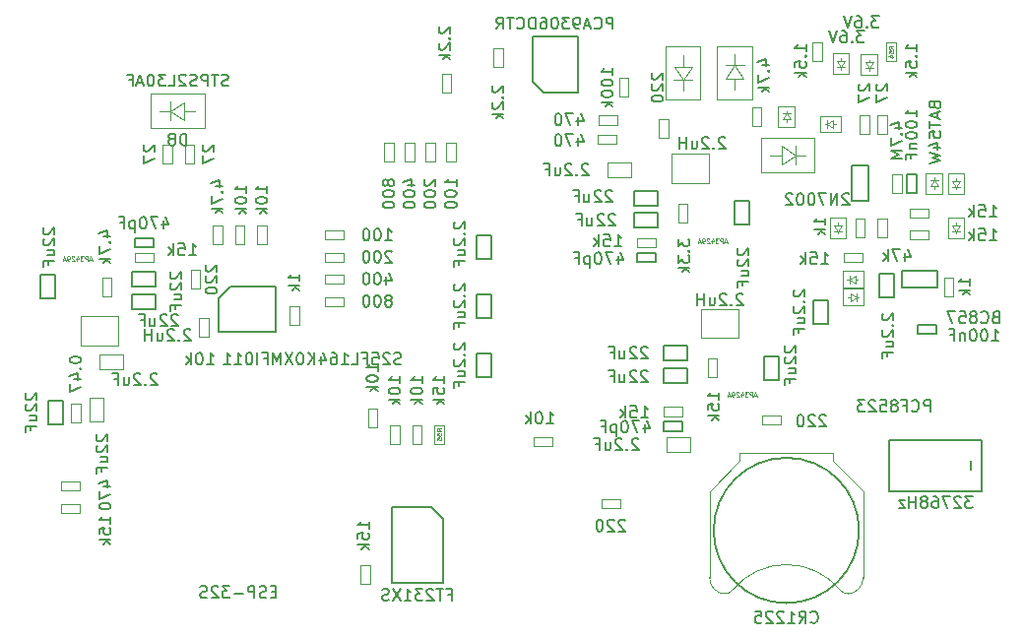
<source format=gbr>
G04 #@! TF.FileFunction,Other,Fab,Bot*
%FSLAX46Y46*%
G04 Gerber Fmt 4.6, Leading zero omitted, Abs format (unit mm)*
G04 Created by KiCad (PCBNEW 4.0.7+dfsg1-1) date Wed Oct 11 19:06:24 2017*
%MOMM*%
%LPD*%
G01*
G04 APERTURE LIST*
%ADD10C,0.100000*%
%ADD11C,0.150000*%
%ADD12C,0.075000*%
G04 APERTURE END LIST*
D10*
X154195000Y-64200000D02*
X154195000Y-68800000D01*
X154195000Y-68800000D02*
X157195000Y-68800000D01*
X157195000Y-64200000D02*
X154195000Y-64200000D01*
X157195000Y-64200000D02*
X157195000Y-68800000D01*
X155693980Y-67149440D02*
X155693980Y-68051140D01*
X155693980Y-65998820D02*
X155693980Y-65000600D01*
X156494080Y-67149440D02*
X154893880Y-67149440D01*
X154944680Y-65998820D02*
X156494080Y-65998820D01*
X155693980Y-67149440D02*
X154944680Y-65998820D01*
X155693980Y-67149440D02*
X156494080Y-65998820D01*
X153644000Y-72126000D02*
X154444000Y-72126000D01*
X153644000Y-70526000D02*
X153644000Y-72126000D01*
X154444000Y-70526000D02*
X153644000Y-70526000D01*
X154444000Y-72126000D02*
X154444000Y-70526000D01*
X160470000Y-89340000D02*
X160470000Y-86840000D01*
X157270000Y-89340000D02*
X160470000Y-89340000D01*
X157270000Y-86840000D02*
X157270000Y-89340000D01*
X160470000Y-86840000D02*
X157270000Y-86840000D01*
X157930000Y-76005000D02*
X157930000Y-73505000D01*
X154730000Y-76005000D02*
X157930000Y-76005000D01*
X154730000Y-73505000D02*
X154730000Y-76005000D01*
X157930000Y-73505000D02*
X154730000Y-73505000D01*
X103930000Y-87475000D02*
X103930000Y-89975000D01*
X107130000Y-87475000D02*
X103930000Y-87475000D01*
X107130000Y-89975000D02*
X107130000Y-87475000D01*
X103930000Y-89975000D02*
X107130000Y-89975000D01*
D11*
X101710000Y-83915000D02*
X100460000Y-83915000D01*
X101710000Y-85915000D02*
X101710000Y-83915000D01*
X100460000Y-85915000D02*
X101710000Y-85915000D01*
X100460000Y-83915000D02*
X100460000Y-85915000D01*
X154060000Y-90005000D02*
X154060000Y-91255000D01*
X156060000Y-90005000D02*
X154060000Y-90005000D01*
X156060000Y-91255000D02*
X156060000Y-90005000D01*
X154060000Y-91255000D02*
X156060000Y-91255000D01*
X154060000Y-91910000D02*
X154060000Y-93160000D01*
X156060000Y-91910000D02*
X154060000Y-91910000D01*
X156060000Y-93160000D02*
X156060000Y-91910000D01*
X154060000Y-93160000D02*
X156060000Y-93160000D01*
X162690000Y-92900000D02*
X163940000Y-92900000D01*
X162690000Y-90900000D02*
X162690000Y-92900000D01*
X163940000Y-90900000D02*
X162690000Y-90900000D01*
X163940000Y-92900000D02*
X163940000Y-90900000D01*
X151520000Y-78575000D02*
X151520000Y-79825000D01*
X153520000Y-78575000D02*
X151520000Y-78575000D01*
X153520000Y-79825000D02*
X153520000Y-78575000D01*
X151520000Y-79825000D02*
X153520000Y-79825000D01*
X151520000Y-76670000D02*
X151520000Y-77920000D01*
X153520000Y-76670000D02*
X151520000Y-76670000D01*
X153520000Y-77920000D02*
X153520000Y-76670000D01*
X151520000Y-77920000D02*
X153520000Y-77920000D01*
X160150000Y-79565000D02*
X161400000Y-79565000D01*
X160150000Y-77565000D02*
X160150000Y-79565000D01*
X161400000Y-77565000D02*
X160150000Y-77565000D01*
X161400000Y-79565000D02*
X161400000Y-77565000D01*
X110340000Y-84905000D02*
X110340000Y-83655000D01*
X108340000Y-84905000D02*
X110340000Y-84905000D01*
X108340000Y-83655000D02*
X108340000Y-84905000D01*
X110340000Y-83655000D02*
X108340000Y-83655000D01*
X110340000Y-86810000D02*
X110340000Y-85560000D01*
X108340000Y-86810000D02*
X110340000Y-86810000D01*
X108340000Y-85560000D02*
X108340000Y-86810000D01*
X110340000Y-85560000D02*
X108340000Y-85560000D01*
X172596000Y-85788000D02*
X173846000Y-85788000D01*
X172596000Y-83788000D02*
X172596000Y-85788000D01*
X173846000Y-83788000D02*
X172596000Y-83788000D01*
X173846000Y-85788000D02*
X173846000Y-83788000D01*
X177535000Y-83580000D02*
X174495000Y-83580000D01*
X174495000Y-84980000D02*
X174495000Y-83580000D01*
X177535000Y-84980000D02*
X177535000Y-83580000D01*
X177535000Y-84980000D02*
X174495000Y-84980000D01*
X170235000Y-74505000D02*
X170235000Y-77545000D01*
X171635000Y-77545000D02*
X170235000Y-77545000D01*
X171635000Y-74505000D02*
X170235000Y-74505000D01*
X171635000Y-74505000D02*
X171635000Y-77545000D01*
X154060000Y-96510000D02*
X154060000Y-97310000D01*
X155660000Y-96510000D02*
X154060000Y-96510000D01*
X155660000Y-97310000D02*
X155660000Y-96510000D01*
X154060000Y-97310000D02*
X155660000Y-97310000D01*
X151720000Y-81975000D02*
X151720000Y-82775000D01*
X153320000Y-81975000D02*
X151720000Y-81975000D01*
X153320000Y-82775000D02*
X153320000Y-81975000D01*
X151720000Y-82775000D02*
X153320000Y-82775000D01*
X110140000Y-81505000D02*
X110140000Y-80705000D01*
X108540000Y-81505000D02*
X110140000Y-81505000D01*
X108540000Y-80705000D02*
X108540000Y-81505000D01*
X110140000Y-80705000D02*
X108540000Y-80705000D01*
X175780000Y-75225000D02*
X174980000Y-75225000D01*
X175780000Y-76825000D02*
X175780000Y-75225000D01*
X174980000Y-76825000D02*
X175780000Y-76825000D01*
X174980000Y-75225000D02*
X174980000Y-76825000D01*
D10*
X169500000Y-81975000D02*
X169500000Y-82775000D01*
X171100000Y-81975000D02*
X169500000Y-81975000D01*
X171100000Y-82775000D02*
X171100000Y-81975000D01*
X169500000Y-82775000D02*
X171100000Y-82775000D01*
X172440000Y-80635000D02*
X173240000Y-80635000D01*
X172440000Y-79035000D02*
X172440000Y-80635000D01*
X173240000Y-79035000D02*
X172440000Y-79035000D01*
X173240000Y-80635000D02*
X173240000Y-79035000D01*
X176815000Y-80870000D02*
X176815000Y-80070000D01*
X175215000Y-80870000D02*
X176815000Y-80870000D01*
X175215000Y-80070000D02*
X175215000Y-80870000D01*
X176815000Y-80070000D02*
X175215000Y-80070000D01*
X174510000Y-75225000D02*
X173710000Y-75225000D01*
X174510000Y-76825000D02*
X174510000Y-75225000D01*
X173710000Y-76825000D02*
X174510000Y-76825000D01*
X173710000Y-75225000D02*
X173710000Y-76825000D01*
X178955000Y-84115000D02*
X178155000Y-84115000D01*
X178955000Y-85715000D02*
X178955000Y-84115000D01*
X178155000Y-85715000D02*
X178955000Y-85715000D01*
X178155000Y-84115000D02*
X178155000Y-85715000D01*
X114185000Y-83480000D02*
X113385000Y-83480000D01*
X114185000Y-85080000D02*
X114185000Y-83480000D01*
X113385000Y-85080000D02*
X114185000Y-85080000D01*
X113385000Y-83480000D02*
X113385000Y-85080000D01*
X170535000Y-80635000D02*
X171335000Y-80635000D01*
X170535000Y-79035000D02*
X170535000Y-80635000D01*
X171335000Y-79035000D02*
X170535000Y-79035000D01*
X171335000Y-80635000D02*
X171335000Y-79035000D01*
X128790000Y-108880000D02*
X127990000Y-108880000D01*
X128790000Y-110480000D02*
X128790000Y-108880000D01*
X127990000Y-110480000D02*
X128790000Y-110480000D01*
X127990000Y-108880000D02*
X127990000Y-110480000D01*
X150272000Y-103984000D02*
X150272000Y-103184000D01*
X148672000Y-103984000D02*
X150272000Y-103984000D01*
X148672000Y-103184000D02*
X148672000Y-103984000D01*
X150272000Y-103184000D02*
X148672000Y-103184000D01*
X176815000Y-78965000D02*
X176815000Y-78165000D01*
X175215000Y-78965000D02*
X176815000Y-78965000D01*
X175215000Y-78165000D02*
X175215000Y-78965000D01*
X176815000Y-78165000D02*
X175215000Y-78165000D01*
X154060000Y-95240000D02*
X154060000Y-96040000D01*
X155660000Y-95240000D02*
X154060000Y-95240000D01*
X155660000Y-96040000D02*
X155660000Y-95240000D01*
X154060000Y-96040000D02*
X155660000Y-96040000D01*
X110140000Y-82775000D02*
X110140000Y-81975000D01*
X108540000Y-82775000D02*
X110140000Y-82775000D01*
X108540000Y-81975000D02*
X108540000Y-82775000D01*
X110140000Y-81975000D02*
X108540000Y-81975000D01*
X151720000Y-80705000D02*
X151720000Y-81505000D01*
X153320000Y-80705000D02*
X151720000Y-80705000D01*
X153320000Y-81505000D02*
X153320000Y-80705000D01*
X151720000Y-81505000D02*
X153320000Y-81505000D01*
X158635000Y-91100000D02*
X157835000Y-91100000D01*
X158635000Y-92700000D02*
X158635000Y-91100000D01*
X157835000Y-92700000D02*
X158635000Y-92700000D01*
X157835000Y-91100000D02*
X157835000Y-92700000D01*
X105765000Y-85715000D02*
X106565000Y-85715000D01*
X105765000Y-84115000D02*
X105765000Y-85715000D01*
X106565000Y-84115000D02*
X105765000Y-84115000D01*
X106565000Y-85715000D02*
X106565000Y-84115000D01*
X156095000Y-77765000D02*
X155295000Y-77765000D01*
X156095000Y-79365000D02*
X156095000Y-77765000D01*
X155295000Y-79365000D02*
X156095000Y-79365000D01*
X155295000Y-77765000D02*
X155295000Y-79365000D01*
X126482000Y-86585000D02*
X126482000Y-85785000D01*
X124882000Y-86585000D02*
X126482000Y-86585000D01*
X124882000Y-85785000D02*
X124882000Y-86585000D01*
X126482000Y-85785000D02*
X124882000Y-85785000D01*
X126482000Y-84679000D02*
X126482000Y-83879000D01*
X124882000Y-84679000D02*
X126482000Y-84679000D01*
X124882000Y-83879000D02*
X124882000Y-84679000D01*
X126482000Y-83879000D02*
X124882000Y-83879000D01*
X126482000Y-82775000D02*
X126482000Y-81975000D01*
X124882000Y-82775000D02*
X126482000Y-82775000D01*
X124882000Y-81975000D02*
X124882000Y-82775000D01*
X126482000Y-81975000D02*
X124882000Y-81975000D01*
X126482000Y-80870000D02*
X126482000Y-80070000D01*
X124882000Y-80870000D02*
X126482000Y-80870000D01*
X124882000Y-80070000D02*
X124882000Y-80870000D01*
X126482000Y-80070000D02*
X124882000Y-80070000D01*
X130022000Y-74158000D02*
X130822000Y-74158000D01*
X130022000Y-72558000D02*
X130022000Y-74158000D01*
X130822000Y-72558000D02*
X130022000Y-72558000D01*
X130822000Y-74158000D02*
X130822000Y-72558000D01*
X131800000Y-74158000D02*
X132600000Y-74158000D01*
X131800000Y-72558000D02*
X131800000Y-74158000D01*
X132600000Y-72558000D02*
X131800000Y-72558000D01*
X132600000Y-74158000D02*
X132600000Y-72558000D01*
X133578000Y-74158000D02*
X134378000Y-74158000D01*
X133578000Y-72558000D02*
X133578000Y-74158000D01*
X134378000Y-72558000D02*
X133578000Y-72558000D01*
X134378000Y-74158000D02*
X134378000Y-72558000D01*
X135356000Y-74158000D02*
X136156000Y-74158000D01*
X135356000Y-72558000D02*
X135356000Y-74158000D01*
X136156000Y-72558000D02*
X135356000Y-72558000D01*
X136156000Y-74158000D02*
X136156000Y-72558000D01*
D11*
X115780000Y-85870000D02*
X115780000Y-88770000D01*
X115780000Y-88770000D02*
X120680000Y-88770000D01*
X120680000Y-88770000D02*
X120680000Y-84870000D01*
X120680000Y-84870000D02*
X116780000Y-84870000D01*
X116780000Y-84870000D02*
X115780000Y-85870000D01*
X175850000Y-88198000D02*
X175850000Y-88998000D01*
X177450000Y-88198000D02*
X175850000Y-88198000D01*
X177450000Y-88998000D02*
X177450000Y-88198000D01*
X175850000Y-88998000D02*
X177450000Y-88998000D01*
X143730000Y-68250000D02*
X146630000Y-68250000D01*
X146630000Y-68250000D02*
X146630000Y-63350000D01*
X146630000Y-63350000D02*
X142730000Y-63350000D01*
X142730000Y-63350000D02*
X142730000Y-67250000D01*
X142730000Y-67250000D02*
X143730000Y-68250000D01*
D10*
X161645000Y-71110000D02*
X162445000Y-71110000D01*
X161645000Y-69510000D02*
X161645000Y-71110000D01*
X162445000Y-69510000D02*
X161645000Y-69510000D01*
X162445000Y-71110000D02*
X162445000Y-69510000D01*
X139420000Y-66030000D02*
X140220000Y-66030000D01*
X139420000Y-64430000D02*
X139420000Y-66030000D01*
X140220000Y-64430000D02*
X139420000Y-64430000D01*
X140220000Y-66030000D02*
X140220000Y-64430000D01*
X134975000Y-68232000D02*
X135775000Y-68232000D01*
X134975000Y-66632000D02*
X134975000Y-68232000D01*
X135775000Y-66632000D02*
X134975000Y-66632000D01*
X135775000Y-68232000D02*
X135775000Y-66632000D01*
X150215000Y-68570000D02*
X151015000Y-68570000D01*
X150215000Y-66970000D02*
X150215000Y-68570000D01*
X151015000Y-66970000D02*
X150215000Y-66970000D01*
X151015000Y-68570000D02*
X151015000Y-66970000D01*
X149975000Y-72615000D02*
X149975000Y-71815000D01*
X148375000Y-72615000D02*
X149975000Y-72615000D01*
X148375000Y-71815000D02*
X148375000Y-72615000D01*
X149975000Y-71815000D02*
X148375000Y-71815000D01*
X150080000Y-71000000D02*
X150080000Y-70200000D01*
X148480000Y-71000000D02*
X150080000Y-71000000D01*
X148480000Y-70200000D02*
X148480000Y-71000000D01*
X150080000Y-70200000D02*
X148480000Y-70200000D01*
D11*
X134035000Y-103890000D02*
X130635000Y-103890000D01*
X130635000Y-103890000D02*
X130635000Y-110390000D01*
X130635000Y-110390000D02*
X135035000Y-110390000D01*
X135035000Y-110390000D02*
X135035000Y-104890000D01*
X135035000Y-104890000D02*
X134035000Y-103890000D01*
D10*
X119900000Y-79670000D02*
X119100000Y-79670000D01*
X119900000Y-81270000D02*
X119900000Y-79670000D01*
X119100000Y-81270000D02*
X119900000Y-81270000D01*
X119100000Y-79670000D02*
X119100000Y-81270000D01*
X114080000Y-89200000D02*
X114880000Y-89200000D01*
X114080000Y-87600000D02*
X114080000Y-89200000D01*
X114880000Y-87600000D02*
X114080000Y-87600000D01*
X114880000Y-89200000D02*
X114880000Y-87600000D01*
X128625000Y-96975000D02*
X129425000Y-96975000D01*
X128625000Y-95375000D02*
X128625000Y-96975000D01*
X129425000Y-95375000D02*
X128625000Y-95375000D01*
X129425000Y-96975000D02*
X129425000Y-95375000D01*
X117995000Y-79670000D02*
X117195000Y-79670000D01*
X117995000Y-81270000D02*
X117995000Y-79670000D01*
X117195000Y-81270000D02*
X117995000Y-81270000D01*
X117195000Y-79670000D02*
X117195000Y-81270000D01*
X122680000Y-86600000D02*
X121880000Y-86600000D01*
X122680000Y-88200000D02*
X122680000Y-86600000D01*
X121880000Y-88200000D02*
X122680000Y-88200000D01*
X121880000Y-86600000D02*
X121880000Y-88200000D01*
X116090000Y-79670000D02*
X115290000Y-79670000D01*
X116090000Y-81270000D02*
X116090000Y-79670000D01*
X115290000Y-81270000D02*
X116090000Y-81270000D01*
X115290000Y-79670000D02*
X115290000Y-81270000D01*
X144430000Y-98650000D02*
X144430000Y-97850000D01*
X142830000Y-98650000D02*
X144430000Y-98650000D01*
X142830000Y-97850000D02*
X142830000Y-98650000D01*
X144430000Y-97850000D02*
X142830000Y-97850000D01*
X132435000Y-98415000D02*
X133235000Y-98415000D01*
X132435000Y-96815000D02*
X132435000Y-98415000D01*
X133235000Y-96815000D02*
X132435000Y-96815000D01*
X133235000Y-98415000D02*
X133235000Y-96815000D01*
X130530000Y-98415000D02*
X131330000Y-98415000D01*
X130530000Y-96815000D02*
X130530000Y-98415000D01*
X131330000Y-96815000D02*
X130530000Y-96815000D01*
X131330000Y-98415000D02*
X131330000Y-96815000D01*
X102190000Y-103565000D02*
X102190000Y-104365000D01*
X103790000Y-103565000D02*
X102190000Y-103565000D01*
X103790000Y-104365000D02*
X103790000Y-103565000D01*
X102190000Y-104365000D02*
X103790000Y-104365000D01*
X102190000Y-101660000D02*
X102190000Y-102460000D01*
X103790000Y-101660000D02*
X102190000Y-101660000D01*
X103790000Y-102460000D02*
X103790000Y-101660000D01*
X102190000Y-102460000D02*
X103790000Y-102460000D01*
X103098000Y-96594000D02*
X103898000Y-96594000D01*
X103098000Y-94994000D02*
X103098000Y-96594000D01*
X103898000Y-94994000D02*
X103098000Y-94994000D01*
X103898000Y-96594000D02*
X103898000Y-94994000D01*
D11*
X166881000Y-88074000D02*
X168131000Y-88074000D01*
X166881000Y-86074000D02*
X166881000Y-88074000D01*
X168131000Y-86074000D02*
X166881000Y-86074000D01*
X168131000Y-88074000D02*
X168131000Y-86074000D01*
D10*
X164115000Y-96745000D02*
X164115000Y-95945000D01*
X162515000Y-96745000D02*
X164115000Y-96745000D01*
X162515000Y-95945000D02*
X162515000Y-96745000D01*
X164115000Y-95945000D02*
X162515000Y-95945000D01*
X166852000Y-65522000D02*
X167652000Y-65522000D01*
X166852000Y-63922000D02*
X166852000Y-65522000D01*
X167652000Y-63922000D02*
X166852000Y-63922000D01*
X167652000Y-65522000D02*
X167652000Y-63922000D01*
D11*
X139175000Y-90646000D02*
X137925000Y-90646000D01*
X139175000Y-92646000D02*
X139175000Y-90646000D01*
X137925000Y-92646000D02*
X139175000Y-92646000D01*
X137925000Y-90646000D02*
X137925000Y-92646000D01*
X137925000Y-82486000D02*
X139175000Y-82486000D01*
X137925000Y-80486000D02*
X137925000Y-82486000D01*
X139175000Y-80486000D02*
X137925000Y-80486000D01*
X139175000Y-82486000D02*
X139175000Y-80486000D01*
X139175000Y-85566000D02*
X137925000Y-85566000D01*
X139175000Y-87566000D02*
X139175000Y-85566000D01*
X137925000Y-87566000D02*
X139175000Y-87566000D01*
X137925000Y-85566000D02*
X137925000Y-87566000D01*
X102345000Y-94710000D02*
X101095000Y-94710000D01*
X102345000Y-96710000D02*
X102345000Y-94710000D01*
X101095000Y-96710000D02*
X102345000Y-96710000D01*
X101095000Y-94710000D02*
X101095000Y-96710000D01*
D10*
X112877000Y-74285000D02*
X113677000Y-74285000D01*
X112877000Y-72685000D02*
X112877000Y-74285000D01*
X113677000Y-72685000D02*
X112877000Y-72685000D01*
X113677000Y-74285000D02*
X113677000Y-72685000D01*
X110972000Y-74285000D02*
X111772000Y-74285000D01*
X110972000Y-72685000D02*
X110972000Y-74285000D01*
X111772000Y-72685000D02*
X110972000Y-72685000D01*
X111772000Y-74285000D02*
X111772000Y-72685000D01*
X172440000Y-71745000D02*
X173240000Y-71745000D01*
X172440000Y-70145000D02*
X172440000Y-71745000D01*
X173240000Y-70145000D02*
X172440000Y-70145000D01*
X173240000Y-71745000D02*
X173240000Y-70145000D01*
X170916000Y-71745000D02*
X171716000Y-71745000D01*
X170916000Y-70145000D02*
X170916000Y-71745000D01*
X171716000Y-70145000D02*
X170916000Y-70145000D01*
X171716000Y-71745000D02*
X171716000Y-70145000D01*
D11*
X170835000Y-105870000D02*
G75*
G03X170835000Y-105870000I-6250000J0D01*
G01*
D10*
X159206987Y-111317558D02*
G75*
G03X159985000Y-110970000I88013J847558D01*
G01*
X169963013Y-111317558D02*
G75*
G02X169185000Y-110970000I-88013J847558D01*
G01*
X159977095Y-110979589D02*
G75*
G02X169185000Y-110970000I4607905J-3790411D01*
G01*
X157985000Y-109920000D02*
G75*
G03X159285000Y-111320000I1350000J-50000D01*
G01*
X171185000Y-109920000D02*
G75*
G02X169885000Y-111320000I-1350000J-50000D01*
G01*
X157985000Y-102470000D02*
X157985000Y-109970000D01*
X171185000Y-102470000D02*
X171185000Y-109970000D01*
X160585000Y-99870000D02*
X157985000Y-102470000D01*
X168585000Y-99870000D02*
X171185000Y-102470000D01*
X160585000Y-99170000D02*
X160585000Y-99870000D01*
X168585000Y-99170000D02*
X168585000Y-99870000D01*
X168585000Y-99170000D02*
X160585000Y-99170000D01*
D11*
X181412000Y-98082000D02*
X181412000Y-102482000D01*
X173412000Y-98082000D02*
X181412000Y-98082000D01*
X173412000Y-102482000D02*
X173412000Y-98082000D01*
X181412000Y-102482000D02*
X173412000Y-102482000D01*
X180412000Y-99882000D02*
X180412000Y-100682000D01*
D10*
X177285000Y-76225000D02*
X177285000Y-76475000D01*
X177635000Y-76225000D02*
X177285000Y-75725000D01*
X176935000Y-76225000D02*
X177635000Y-76225000D01*
X177285000Y-75725000D02*
X176935000Y-76225000D01*
X177285000Y-75725000D02*
X177285000Y-75525000D01*
X176935000Y-75725000D02*
X177635000Y-75725000D01*
X177985000Y-75125000D02*
X176585000Y-75125000D01*
X177985000Y-76925000D02*
X177985000Y-75125000D01*
X176585000Y-76925000D02*
X177985000Y-76925000D01*
X176585000Y-75125000D02*
X176585000Y-76925000D01*
X104656000Y-96456000D02*
X105896000Y-96456000D01*
X104656000Y-94456000D02*
X104656000Y-96456000D01*
X105896000Y-94456000D02*
X104656000Y-94456000D01*
X105896000Y-96456000D02*
X105896000Y-94456000D01*
X170500000Y-84280000D02*
X170750000Y-84280000D01*
X170500000Y-83930000D02*
X170000000Y-84280000D01*
X170500000Y-84630000D02*
X170500000Y-83930000D01*
X170000000Y-84280000D02*
X170500000Y-84630000D01*
X170000000Y-84280000D02*
X169800000Y-84280000D01*
X170000000Y-84630000D02*
X170000000Y-83930000D01*
X169400000Y-83580000D02*
X169400000Y-84980000D01*
X171200000Y-83580000D02*
X169400000Y-83580000D01*
X171200000Y-84980000D02*
X171200000Y-83580000D01*
X169400000Y-84980000D02*
X171200000Y-84980000D01*
X179190000Y-79635000D02*
X179190000Y-79385000D01*
X178840000Y-79635000D02*
X179190000Y-80135000D01*
X179540000Y-79635000D02*
X178840000Y-79635000D01*
X179190000Y-80135000D02*
X179540000Y-79635000D01*
X179190000Y-80135000D02*
X179190000Y-80335000D01*
X179540000Y-80135000D02*
X178840000Y-80135000D01*
X178490000Y-80735000D02*
X179890000Y-80735000D01*
X178490000Y-78935000D02*
X178490000Y-80735000D01*
X179890000Y-78935000D02*
X178490000Y-78935000D01*
X179890000Y-80735000D02*
X179890000Y-78935000D01*
X169030000Y-79635000D02*
X169030000Y-79385000D01*
X168680000Y-79635000D02*
X169030000Y-80135000D01*
X169380000Y-79635000D02*
X168680000Y-79635000D01*
X169030000Y-80135000D02*
X169380000Y-79635000D01*
X169030000Y-80135000D02*
X169030000Y-80335000D01*
X169380000Y-80135000D02*
X168680000Y-80135000D01*
X168330000Y-80735000D02*
X169730000Y-80735000D01*
X168330000Y-78935000D02*
X168330000Y-80735000D01*
X169730000Y-78935000D02*
X168330000Y-78935000D01*
X169730000Y-80735000D02*
X169730000Y-78935000D01*
X170100000Y-85804000D02*
X169850000Y-85804000D01*
X170100000Y-86154000D02*
X170600000Y-85804000D01*
X170100000Y-85454000D02*
X170100000Y-86154000D01*
X170600000Y-85804000D02*
X170100000Y-85454000D01*
X170600000Y-85804000D02*
X170800000Y-85804000D01*
X170600000Y-85454000D02*
X170600000Y-86154000D01*
X171200000Y-86504000D02*
X171200000Y-85104000D01*
X169400000Y-86504000D02*
X171200000Y-86504000D01*
X169400000Y-85104000D02*
X169400000Y-86504000D01*
X171200000Y-85104000D02*
X169400000Y-85104000D01*
X179190000Y-75825000D02*
X179190000Y-75575000D01*
X178840000Y-75825000D02*
X179190000Y-76325000D01*
X179540000Y-75825000D02*
X178840000Y-75825000D01*
X179190000Y-76325000D02*
X179540000Y-75825000D01*
X179190000Y-76325000D02*
X179190000Y-76525000D01*
X179540000Y-76325000D02*
X178840000Y-76325000D01*
X178490000Y-76925000D02*
X179890000Y-76925000D01*
X178490000Y-75125000D02*
X178490000Y-76925000D01*
X179890000Y-75125000D02*
X178490000Y-75125000D01*
X179890000Y-76925000D02*
X179890000Y-75125000D01*
X168595000Y-70945000D02*
X168845000Y-70945000D01*
X168595000Y-70595000D02*
X168095000Y-70945000D01*
X168595000Y-71295000D02*
X168595000Y-70595000D01*
X168095000Y-70945000D02*
X168595000Y-71295000D01*
X168095000Y-70945000D02*
X167895000Y-70945000D01*
X168095000Y-71295000D02*
X168095000Y-70595000D01*
X167495000Y-70245000D02*
X167495000Y-71645000D01*
X169295000Y-70245000D02*
X167495000Y-70245000D01*
X169295000Y-71645000D02*
X169295000Y-70245000D01*
X167495000Y-71645000D02*
X169295000Y-71645000D01*
X164585000Y-70510000D02*
X164585000Y-70760000D01*
X164935000Y-70510000D02*
X164585000Y-70010000D01*
X164235000Y-70510000D02*
X164935000Y-70510000D01*
X164585000Y-70010000D02*
X164235000Y-70510000D01*
X164585000Y-70010000D02*
X164585000Y-69810000D01*
X164235000Y-70010000D02*
X164935000Y-70010000D01*
X165285000Y-69410000D02*
X163885000Y-69410000D01*
X165285000Y-71210000D02*
X165285000Y-69410000D01*
X163885000Y-71210000D02*
X165285000Y-71210000D01*
X163885000Y-69410000D02*
X163885000Y-71210000D01*
X169284000Y-65538000D02*
X169284000Y-65288000D01*
X168934000Y-65538000D02*
X169284000Y-66038000D01*
X169634000Y-65538000D02*
X168934000Y-65538000D01*
X169284000Y-66038000D02*
X169634000Y-65538000D01*
X169284000Y-66038000D02*
X169284000Y-66238000D01*
X169634000Y-66038000D02*
X168934000Y-66038000D01*
X168584000Y-66638000D02*
X169984000Y-66638000D01*
X168584000Y-64838000D02*
X168584000Y-66638000D01*
X169984000Y-64838000D02*
X168584000Y-64838000D01*
X169984000Y-66638000D02*
X169984000Y-64838000D01*
X171697000Y-65631000D02*
X171697000Y-65381000D01*
X171347000Y-65631000D02*
X171697000Y-66131000D01*
X172047000Y-65631000D02*
X171347000Y-65631000D01*
X171697000Y-66131000D02*
X172047000Y-65631000D01*
X171697000Y-66131000D02*
X171697000Y-66331000D01*
X172047000Y-66131000D02*
X171347000Y-66131000D01*
X170997000Y-66731000D02*
X172397000Y-66731000D01*
X170997000Y-64931000D02*
X170997000Y-66731000D01*
X172397000Y-64931000D02*
X170997000Y-64931000D01*
X172397000Y-66731000D02*
X172397000Y-64931000D01*
X114561000Y-68302000D02*
X109961000Y-68302000D01*
X109961000Y-68302000D02*
X109961000Y-71302000D01*
X114561000Y-71302000D02*
X114561000Y-68302000D01*
X114561000Y-71302000D02*
X109961000Y-71302000D01*
X111611560Y-69800980D02*
X110709860Y-69800980D01*
X112762180Y-69800980D02*
X113760400Y-69800980D01*
X111611560Y-70601080D02*
X111611560Y-69000880D01*
X112762180Y-69051680D02*
X112762180Y-70601080D01*
X111611560Y-69800980D02*
X112762180Y-69051680D01*
X111611560Y-69800980D02*
X112762180Y-70601080D01*
X162412000Y-75112000D02*
X167012000Y-75112000D01*
X167012000Y-75112000D02*
X167012000Y-72112000D01*
X162412000Y-72112000D02*
X162412000Y-75112000D01*
X162412000Y-72112000D02*
X167012000Y-72112000D01*
X165361440Y-73613020D02*
X166263140Y-73613020D01*
X164210820Y-73613020D02*
X163212600Y-73613020D01*
X165361440Y-72812920D02*
X165361440Y-74413120D01*
X164210820Y-74362320D02*
X164210820Y-72812920D01*
X165361440Y-73613020D02*
X164210820Y-74362320D01*
X165361440Y-73613020D02*
X164210820Y-72812920D01*
X161640000Y-68800000D02*
X161640000Y-64200000D01*
X161640000Y-64200000D02*
X158640000Y-64200000D01*
X158640000Y-68800000D02*
X161640000Y-68800000D01*
X158640000Y-68800000D02*
X158640000Y-64200000D01*
X160141020Y-65850560D02*
X160141020Y-64948860D01*
X160141020Y-67001180D02*
X160141020Y-67999400D01*
X159340920Y-65850560D02*
X160941120Y-65850560D01*
X160890320Y-67001180D02*
X159340920Y-67001180D01*
X160141020Y-65850560D02*
X160890320Y-67001180D01*
X160141020Y-65850560D02*
X159340920Y-67001180D01*
X154314000Y-97884000D02*
X154314000Y-99124000D01*
X156314000Y-97884000D02*
X154314000Y-97884000D01*
X156314000Y-99124000D02*
X156314000Y-97884000D01*
X154314000Y-99124000D02*
X156314000Y-99124000D01*
X107546000Y-92012000D02*
X107546000Y-90772000D01*
X105546000Y-92012000D02*
X107546000Y-92012000D01*
X105546000Y-90772000D02*
X105546000Y-92012000D01*
X107546000Y-90772000D02*
X105546000Y-90772000D01*
X151234000Y-75502000D02*
X151234000Y-74262000D01*
X149234000Y-75502000D02*
X151234000Y-75502000D01*
X149234000Y-74262000D02*
X149234000Y-75502000D01*
X151234000Y-74262000D02*
X149234000Y-74262000D01*
X173202000Y-65522000D02*
X174002000Y-65522000D01*
X173202000Y-63922000D02*
X173202000Y-65522000D01*
X174002000Y-63922000D02*
X173202000Y-63922000D01*
X174002000Y-65522000D02*
X174002000Y-63922000D01*
X135140000Y-96815000D02*
X134340000Y-96815000D01*
X135140000Y-98415000D02*
X135140000Y-96815000D01*
X134340000Y-98415000D02*
X135140000Y-98415000D01*
X134340000Y-96815000D02*
X134340000Y-98415000D01*
D11*
X153083619Y-66531905D02*
X153036000Y-66579524D01*
X152988381Y-66674762D01*
X152988381Y-66912858D01*
X153036000Y-67008096D01*
X153083619Y-67055715D01*
X153178857Y-67103334D01*
X153274095Y-67103334D01*
X153416952Y-67055715D01*
X153988381Y-66484286D01*
X153988381Y-67103334D01*
X153083619Y-67484286D02*
X153036000Y-67531905D01*
X152988381Y-67627143D01*
X152988381Y-67865239D01*
X153036000Y-67960477D01*
X153083619Y-68008096D01*
X153178857Y-68055715D01*
X153274095Y-68055715D01*
X153416952Y-68008096D01*
X153988381Y-67436667D01*
X153988381Y-68055715D01*
X152988381Y-68674762D02*
X152988381Y-68770001D01*
X153036000Y-68865239D01*
X153083619Y-68912858D01*
X153178857Y-68960477D01*
X153369333Y-69008096D01*
X153607429Y-69008096D01*
X153797905Y-68960477D01*
X153893143Y-68912858D01*
X153940762Y-68865239D01*
X153988381Y-68770001D01*
X153988381Y-68674762D01*
X153940762Y-68579524D01*
X153893143Y-68531905D01*
X153797905Y-68484286D01*
X153607429Y-68436667D01*
X153369333Y-68436667D01*
X153178857Y-68484286D01*
X153083619Y-68531905D01*
X153036000Y-68579524D01*
X152988381Y-68674762D01*
X160846190Y-85605619D02*
X160798571Y-85558000D01*
X160703333Y-85510381D01*
X160465237Y-85510381D01*
X160369999Y-85558000D01*
X160322380Y-85605619D01*
X160274761Y-85700857D01*
X160274761Y-85796095D01*
X160322380Y-85938952D01*
X160893809Y-86510381D01*
X160274761Y-86510381D01*
X159846190Y-86415143D02*
X159798571Y-86462762D01*
X159846190Y-86510381D01*
X159893809Y-86462762D01*
X159846190Y-86415143D01*
X159846190Y-86510381D01*
X159417619Y-85605619D02*
X159370000Y-85558000D01*
X159274762Y-85510381D01*
X159036666Y-85510381D01*
X158941428Y-85558000D01*
X158893809Y-85605619D01*
X158846190Y-85700857D01*
X158846190Y-85796095D01*
X158893809Y-85938952D01*
X159465238Y-86510381D01*
X158846190Y-86510381D01*
X157989047Y-85843714D02*
X157989047Y-86510381D01*
X158417619Y-85843714D02*
X158417619Y-86367524D01*
X158370000Y-86462762D01*
X158274762Y-86510381D01*
X158131904Y-86510381D01*
X158036666Y-86462762D01*
X157989047Y-86415143D01*
X157512857Y-86510381D02*
X157512857Y-85510381D01*
X157512857Y-85986571D02*
X156941428Y-85986571D01*
X156941428Y-86510381D02*
X156941428Y-85510381D01*
D10*
X162003571Y-94252667D02*
X161813094Y-94252667D01*
X162041666Y-94366952D02*
X161908332Y-93966952D01*
X161774999Y-94366952D01*
X161641666Y-94366952D02*
X161641666Y-93966952D01*
X161489285Y-93966952D01*
X161451190Y-93986000D01*
X161432142Y-94005048D01*
X161413094Y-94043143D01*
X161413094Y-94100286D01*
X161432142Y-94138381D01*
X161451190Y-94157429D01*
X161489285Y-94176476D01*
X161641666Y-94176476D01*
X161279761Y-93966952D02*
X161032142Y-93966952D01*
X161165475Y-94119333D01*
X161108333Y-94119333D01*
X161070237Y-94138381D01*
X161051190Y-94157429D01*
X161032142Y-94195524D01*
X161032142Y-94290762D01*
X161051190Y-94328857D01*
X161070237Y-94347905D01*
X161108333Y-94366952D01*
X161222618Y-94366952D01*
X161260714Y-94347905D01*
X161279761Y-94328857D01*
X160689285Y-94100286D02*
X160689285Y-94366952D01*
X160784523Y-93947905D02*
X160879762Y-94233619D01*
X160632142Y-94233619D01*
X160498810Y-94005048D02*
X160479762Y-93986000D01*
X160441667Y-93966952D01*
X160346429Y-93966952D01*
X160308333Y-93986000D01*
X160289286Y-94005048D01*
X160270238Y-94043143D01*
X160270238Y-94081238D01*
X160289286Y-94138381D01*
X160517857Y-94366952D01*
X160270238Y-94366952D01*
X160079762Y-94366952D02*
X160003572Y-94366952D01*
X159965477Y-94347905D01*
X159946429Y-94328857D01*
X159908334Y-94271714D01*
X159889286Y-94195524D01*
X159889286Y-94043143D01*
X159908334Y-94005048D01*
X159927381Y-93986000D01*
X159965477Y-93966952D01*
X160041667Y-93966952D01*
X160079762Y-93986000D01*
X160098810Y-94005048D01*
X160117858Y-94043143D01*
X160117858Y-94138381D01*
X160098810Y-94176476D01*
X160079762Y-94195524D01*
X160041667Y-94214571D01*
X159965477Y-94214571D01*
X159927381Y-94195524D01*
X159908334Y-94176476D01*
X159889286Y-94138381D01*
X159736906Y-94252667D02*
X159546429Y-94252667D01*
X159775001Y-94366952D02*
X159641667Y-93966952D01*
X159508334Y-94366952D01*
D11*
X159322190Y-72143619D02*
X159274571Y-72096000D01*
X159179333Y-72048381D01*
X158941237Y-72048381D01*
X158845999Y-72096000D01*
X158798380Y-72143619D01*
X158750761Y-72238857D01*
X158750761Y-72334095D01*
X158798380Y-72476952D01*
X159369809Y-73048381D01*
X158750761Y-73048381D01*
X158322190Y-72953143D02*
X158274571Y-73000762D01*
X158322190Y-73048381D01*
X158369809Y-73000762D01*
X158322190Y-72953143D01*
X158322190Y-73048381D01*
X157893619Y-72143619D02*
X157846000Y-72096000D01*
X157750762Y-72048381D01*
X157512666Y-72048381D01*
X157417428Y-72096000D01*
X157369809Y-72143619D01*
X157322190Y-72238857D01*
X157322190Y-72334095D01*
X157369809Y-72476952D01*
X157941238Y-73048381D01*
X157322190Y-73048381D01*
X156465047Y-72381714D02*
X156465047Y-73048381D01*
X156893619Y-72381714D02*
X156893619Y-72905524D01*
X156846000Y-73000762D01*
X156750762Y-73048381D01*
X156607904Y-73048381D01*
X156512666Y-73000762D01*
X156465047Y-72953143D01*
X155988857Y-73048381D02*
X155988857Y-72048381D01*
X155988857Y-72524571D02*
X155417428Y-72524571D01*
X155417428Y-73048381D02*
X155417428Y-72048381D01*
D10*
X159463571Y-81044667D02*
X159273094Y-81044667D01*
X159501666Y-81158952D02*
X159368332Y-80758952D01*
X159234999Y-81158952D01*
X159101666Y-81158952D02*
X159101666Y-80758952D01*
X158949285Y-80758952D01*
X158911190Y-80778000D01*
X158892142Y-80797048D01*
X158873094Y-80835143D01*
X158873094Y-80892286D01*
X158892142Y-80930381D01*
X158911190Y-80949429D01*
X158949285Y-80968476D01*
X159101666Y-80968476D01*
X158739761Y-80758952D02*
X158492142Y-80758952D01*
X158625475Y-80911333D01*
X158568333Y-80911333D01*
X158530237Y-80930381D01*
X158511190Y-80949429D01*
X158492142Y-80987524D01*
X158492142Y-81082762D01*
X158511190Y-81120857D01*
X158530237Y-81139905D01*
X158568333Y-81158952D01*
X158682618Y-81158952D01*
X158720714Y-81139905D01*
X158739761Y-81120857D01*
X158149285Y-80892286D02*
X158149285Y-81158952D01*
X158244523Y-80739905D02*
X158339762Y-81025619D01*
X158092142Y-81025619D01*
X157958810Y-80797048D02*
X157939762Y-80778000D01*
X157901667Y-80758952D01*
X157806429Y-80758952D01*
X157768333Y-80778000D01*
X157749286Y-80797048D01*
X157730238Y-80835143D01*
X157730238Y-80873238D01*
X157749286Y-80930381D01*
X157977857Y-81158952D01*
X157730238Y-81158952D01*
X157539762Y-81158952D02*
X157463572Y-81158952D01*
X157425477Y-81139905D01*
X157406429Y-81120857D01*
X157368334Y-81063714D01*
X157349286Y-80987524D01*
X157349286Y-80835143D01*
X157368334Y-80797048D01*
X157387381Y-80778000D01*
X157425477Y-80758952D01*
X157501667Y-80758952D01*
X157539762Y-80778000D01*
X157558810Y-80797048D01*
X157577858Y-80835143D01*
X157577858Y-80930381D01*
X157558810Y-80968476D01*
X157539762Y-80987524D01*
X157501667Y-81006571D01*
X157425477Y-81006571D01*
X157387381Y-80987524D01*
X157368334Y-80968476D01*
X157349286Y-80930381D01*
X157196906Y-81044667D02*
X157006429Y-81044667D01*
X157235001Y-81158952D02*
X157101667Y-80758952D01*
X156968334Y-81158952D01*
D11*
X113348190Y-88653619D02*
X113300571Y-88606000D01*
X113205333Y-88558381D01*
X112967237Y-88558381D01*
X112871999Y-88606000D01*
X112824380Y-88653619D01*
X112776761Y-88748857D01*
X112776761Y-88844095D01*
X112824380Y-88986952D01*
X113395809Y-89558381D01*
X112776761Y-89558381D01*
X112348190Y-89463143D02*
X112300571Y-89510762D01*
X112348190Y-89558381D01*
X112395809Y-89510762D01*
X112348190Y-89463143D01*
X112348190Y-89558381D01*
X111919619Y-88653619D02*
X111872000Y-88606000D01*
X111776762Y-88558381D01*
X111538666Y-88558381D01*
X111443428Y-88606000D01*
X111395809Y-88653619D01*
X111348190Y-88748857D01*
X111348190Y-88844095D01*
X111395809Y-88986952D01*
X111967238Y-89558381D01*
X111348190Y-89558381D01*
X110491047Y-88891714D02*
X110491047Y-89558381D01*
X110919619Y-88891714D02*
X110919619Y-89415524D01*
X110872000Y-89510762D01*
X110776762Y-89558381D01*
X110633904Y-89558381D01*
X110538666Y-89510762D01*
X110491047Y-89463143D01*
X110014857Y-89558381D02*
X110014857Y-88558381D01*
X110014857Y-89034571D02*
X109443428Y-89034571D01*
X109443428Y-89558381D02*
X109443428Y-88558381D01*
D10*
X104853571Y-82568667D02*
X104663094Y-82568667D01*
X104891666Y-82682952D02*
X104758332Y-82282952D01*
X104624999Y-82682952D01*
X104491666Y-82682952D02*
X104491666Y-82282952D01*
X104339285Y-82282952D01*
X104301190Y-82302000D01*
X104282142Y-82321048D01*
X104263094Y-82359143D01*
X104263094Y-82416286D01*
X104282142Y-82454381D01*
X104301190Y-82473429D01*
X104339285Y-82492476D01*
X104491666Y-82492476D01*
X104129761Y-82282952D02*
X103882142Y-82282952D01*
X104015475Y-82435333D01*
X103958333Y-82435333D01*
X103920237Y-82454381D01*
X103901190Y-82473429D01*
X103882142Y-82511524D01*
X103882142Y-82606762D01*
X103901190Y-82644857D01*
X103920237Y-82663905D01*
X103958333Y-82682952D01*
X104072618Y-82682952D01*
X104110714Y-82663905D01*
X104129761Y-82644857D01*
X103539285Y-82416286D02*
X103539285Y-82682952D01*
X103634523Y-82263905D02*
X103729762Y-82549619D01*
X103482142Y-82549619D01*
X103348810Y-82321048D02*
X103329762Y-82302000D01*
X103291667Y-82282952D01*
X103196429Y-82282952D01*
X103158333Y-82302000D01*
X103139286Y-82321048D01*
X103120238Y-82359143D01*
X103120238Y-82397238D01*
X103139286Y-82454381D01*
X103367857Y-82682952D01*
X103120238Y-82682952D01*
X102929762Y-82682952D02*
X102853572Y-82682952D01*
X102815477Y-82663905D01*
X102796429Y-82644857D01*
X102758334Y-82587714D01*
X102739286Y-82511524D01*
X102739286Y-82359143D01*
X102758334Y-82321048D01*
X102777381Y-82302000D01*
X102815477Y-82282952D01*
X102891667Y-82282952D01*
X102929762Y-82302000D01*
X102948810Y-82321048D01*
X102967858Y-82359143D01*
X102967858Y-82454381D01*
X102948810Y-82492476D01*
X102929762Y-82511524D01*
X102891667Y-82530571D01*
X102815477Y-82530571D01*
X102777381Y-82511524D01*
X102758334Y-82492476D01*
X102739286Y-82454381D01*
X102586906Y-82568667D02*
X102396429Y-82568667D01*
X102625001Y-82682952D02*
X102491667Y-82282952D01*
X102358334Y-82682952D01*
D11*
X100759619Y-79843143D02*
X100712000Y-79890762D01*
X100664381Y-79986000D01*
X100664381Y-80224096D01*
X100712000Y-80319334D01*
X100759619Y-80366953D01*
X100854857Y-80414572D01*
X100950095Y-80414572D01*
X101092952Y-80366953D01*
X101664381Y-79795524D01*
X101664381Y-80414572D01*
X100759619Y-80795524D02*
X100712000Y-80843143D01*
X100664381Y-80938381D01*
X100664381Y-81176477D01*
X100712000Y-81271715D01*
X100759619Y-81319334D01*
X100854857Y-81366953D01*
X100950095Y-81366953D01*
X101092952Y-81319334D01*
X101664381Y-80747905D01*
X101664381Y-81366953D01*
X100997714Y-82224096D02*
X101664381Y-82224096D01*
X100997714Y-81795524D02*
X101521524Y-81795524D01*
X101616762Y-81843143D01*
X101664381Y-81938381D01*
X101664381Y-82081239D01*
X101616762Y-82176477D01*
X101569143Y-82224096D01*
X101140571Y-83033620D02*
X101140571Y-82700286D01*
X101664381Y-82700286D02*
X100664381Y-82700286D01*
X100664381Y-83176477D01*
X152638857Y-90177619D02*
X152591238Y-90130000D01*
X152496000Y-90082381D01*
X152257904Y-90082381D01*
X152162666Y-90130000D01*
X152115047Y-90177619D01*
X152067428Y-90272857D01*
X152067428Y-90368095D01*
X152115047Y-90510952D01*
X152686476Y-91082381D01*
X152067428Y-91082381D01*
X151686476Y-90177619D02*
X151638857Y-90130000D01*
X151543619Y-90082381D01*
X151305523Y-90082381D01*
X151210285Y-90130000D01*
X151162666Y-90177619D01*
X151115047Y-90272857D01*
X151115047Y-90368095D01*
X151162666Y-90510952D01*
X151734095Y-91082381D01*
X151115047Y-91082381D01*
X150257904Y-90415714D02*
X150257904Y-91082381D01*
X150686476Y-90415714D02*
X150686476Y-90939524D01*
X150638857Y-91034762D01*
X150543619Y-91082381D01*
X150400761Y-91082381D01*
X150305523Y-91034762D01*
X150257904Y-90987143D01*
X149448380Y-90558571D02*
X149781714Y-90558571D01*
X149781714Y-91082381D02*
X149781714Y-90082381D01*
X149305523Y-90082381D01*
X152638857Y-92209619D02*
X152591238Y-92162000D01*
X152496000Y-92114381D01*
X152257904Y-92114381D01*
X152162666Y-92162000D01*
X152115047Y-92209619D01*
X152067428Y-92304857D01*
X152067428Y-92400095D01*
X152115047Y-92542952D01*
X152686476Y-93114381D01*
X152067428Y-93114381D01*
X151686476Y-92209619D02*
X151638857Y-92162000D01*
X151543619Y-92114381D01*
X151305523Y-92114381D01*
X151210285Y-92162000D01*
X151162666Y-92209619D01*
X151115047Y-92304857D01*
X151115047Y-92400095D01*
X151162666Y-92542952D01*
X151734095Y-93114381D01*
X151115047Y-93114381D01*
X150257904Y-92447714D02*
X150257904Y-93114381D01*
X150686476Y-92447714D02*
X150686476Y-92971524D01*
X150638857Y-93066762D01*
X150543619Y-93114381D01*
X150400761Y-93114381D01*
X150305523Y-93066762D01*
X150257904Y-93019143D01*
X149448380Y-92590571D02*
X149781714Y-92590571D01*
X149781714Y-93114381D02*
X149781714Y-92114381D01*
X149305523Y-92114381D01*
X164513619Y-90003143D02*
X164466000Y-90050762D01*
X164418381Y-90146000D01*
X164418381Y-90384096D01*
X164466000Y-90479334D01*
X164513619Y-90526953D01*
X164608857Y-90574572D01*
X164704095Y-90574572D01*
X164846952Y-90526953D01*
X165418381Y-89955524D01*
X165418381Y-90574572D01*
X164513619Y-90955524D02*
X164466000Y-91003143D01*
X164418381Y-91098381D01*
X164418381Y-91336477D01*
X164466000Y-91431715D01*
X164513619Y-91479334D01*
X164608857Y-91526953D01*
X164704095Y-91526953D01*
X164846952Y-91479334D01*
X165418381Y-90907905D01*
X165418381Y-91526953D01*
X164751714Y-92384096D02*
X165418381Y-92384096D01*
X164751714Y-91955524D02*
X165275524Y-91955524D01*
X165370762Y-92003143D01*
X165418381Y-92098381D01*
X165418381Y-92241239D01*
X165370762Y-92336477D01*
X165323143Y-92384096D01*
X164894571Y-93193620D02*
X164894571Y-92860286D01*
X165418381Y-92860286D02*
X164418381Y-92860286D01*
X164418381Y-93336477D01*
X149844857Y-78747619D02*
X149797238Y-78700000D01*
X149702000Y-78652381D01*
X149463904Y-78652381D01*
X149368666Y-78700000D01*
X149321047Y-78747619D01*
X149273428Y-78842857D01*
X149273428Y-78938095D01*
X149321047Y-79080952D01*
X149892476Y-79652381D01*
X149273428Y-79652381D01*
X148892476Y-78747619D02*
X148844857Y-78700000D01*
X148749619Y-78652381D01*
X148511523Y-78652381D01*
X148416285Y-78700000D01*
X148368666Y-78747619D01*
X148321047Y-78842857D01*
X148321047Y-78938095D01*
X148368666Y-79080952D01*
X148940095Y-79652381D01*
X148321047Y-79652381D01*
X147463904Y-78985714D02*
X147463904Y-79652381D01*
X147892476Y-78985714D02*
X147892476Y-79509524D01*
X147844857Y-79604762D01*
X147749619Y-79652381D01*
X147606761Y-79652381D01*
X147511523Y-79604762D01*
X147463904Y-79557143D01*
X146654380Y-79128571D02*
X146987714Y-79128571D01*
X146987714Y-79652381D02*
X146987714Y-78652381D01*
X146511523Y-78652381D01*
X149590857Y-76715619D02*
X149543238Y-76668000D01*
X149448000Y-76620381D01*
X149209904Y-76620381D01*
X149114666Y-76668000D01*
X149067047Y-76715619D01*
X149019428Y-76810857D01*
X149019428Y-76906095D01*
X149067047Y-77048952D01*
X149638476Y-77620381D01*
X149019428Y-77620381D01*
X148638476Y-76715619D02*
X148590857Y-76668000D01*
X148495619Y-76620381D01*
X148257523Y-76620381D01*
X148162285Y-76668000D01*
X148114666Y-76715619D01*
X148067047Y-76810857D01*
X148067047Y-76906095D01*
X148114666Y-77048952D01*
X148686095Y-77620381D01*
X148067047Y-77620381D01*
X147209904Y-76953714D02*
X147209904Y-77620381D01*
X147638476Y-76953714D02*
X147638476Y-77477524D01*
X147590857Y-77572762D01*
X147495619Y-77620381D01*
X147352761Y-77620381D01*
X147257523Y-77572762D01*
X147209904Y-77525143D01*
X146400380Y-77096571D02*
X146733714Y-77096571D01*
X146733714Y-77620381D02*
X146733714Y-76620381D01*
X146257523Y-76620381D01*
X160449619Y-81621143D02*
X160402000Y-81668762D01*
X160354381Y-81764000D01*
X160354381Y-82002096D01*
X160402000Y-82097334D01*
X160449619Y-82144953D01*
X160544857Y-82192572D01*
X160640095Y-82192572D01*
X160782952Y-82144953D01*
X161354381Y-81573524D01*
X161354381Y-82192572D01*
X160449619Y-82573524D02*
X160402000Y-82621143D01*
X160354381Y-82716381D01*
X160354381Y-82954477D01*
X160402000Y-83049715D01*
X160449619Y-83097334D01*
X160544857Y-83144953D01*
X160640095Y-83144953D01*
X160782952Y-83097334D01*
X161354381Y-82525905D01*
X161354381Y-83144953D01*
X160687714Y-84002096D02*
X161354381Y-84002096D01*
X160687714Y-83573524D02*
X161211524Y-83573524D01*
X161306762Y-83621143D01*
X161354381Y-83716381D01*
X161354381Y-83859239D01*
X161306762Y-83954477D01*
X161259143Y-84002096D01*
X160830571Y-84811620D02*
X160830571Y-84478286D01*
X161354381Y-84478286D02*
X160354381Y-84478286D01*
X160354381Y-84954477D01*
X111681619Y-83653143D02*
X111634000Y-83700762D01*
X111586381Y-83796000D01*
X111586381Y-84034096D01*
X111634000Y-84129334D01*
X111681619Y-84176953D01*
X111776857Y-84224572D01*
X111872095Y-84224572D01*
X112014952Y-84176953D01*
X112586381Y-83605524D01*
X112586381Y-84224572D01*
X111681619Y-84605524D02*
X111634000Y-84653143D01*
X111586381Y-84748381D01*
X111586381Y-84986477D01*
X111634000Y-85081715D01*
X111681619Y-85129334D01*
X111776857Y-85176953D01*
X111872095Y-85176953D01*
X112014952Y-85129334D01*
X112586381Y-84557905D01*
X112586381Y-85176953D01*
X111919714Y-86034096D02*
X112586381Y-86034096D01*
X111919714Y-85605524D02*
X112443524Y-85605524D01*
X112538762Y-85653143D01*
X112586381Y-85748381D01*
X112586381Y-85891239D01*
X112538762Y-85986477D01*
X112491143Y-86034096D01*
X112062571Y-86843620D02*
X112062571Y-86510286D01*
X112586381Y-86510286D02*
X111586381Y-86510286D01*
X111586381Y-86986477D01*
X112252857Y-87383619D02*
X112205238Y-87336000D01*
X112110000Y-87288381D01*
X111871904Y-87288381D01*
X111776666Y-87336000D01*
X111729047Y-87383619D01*
X111681428Y-87478857D01*
X111681428Y-87574095D01*
X111729047Y-87716952D01*
X112300476Y-88288381D01*
X111681428Y-88288381D01*
X111300476Y-87383619D02*
X111252857Y-87336000D01*
X111157619Y-87288381D01*
X110919523Y-87288381D01*
X110824285Y-87336000D01*
X110776666Y-87383619D01*
X110729047Y-87478857D01*
X110729047Y-87574095D01*
X110776666Y-87716952D01*
X111348095Y-88288381D01*
X110729047Y-88288381D01*
X109871904Y-87621714D02*
X109871904Y-88288381D01*
X110300476Y-87621714D02*
X110300476Y-88145524D01*
X110252857Y-88240762D01*
X110157619Y-88288381D01*
X110014761Y-88288381D01*
X109919523Y-88240762D01*
X109871904Y-88193143D01*
X109062380Y-87764571D02*
X109395714Y-87764571D01*
X109395714Y-88288381D02*
X109395714Y-87288381D01*
X108919523Y-87288381D01*
X176951238Y-95654381D02*
X176951238Y-94654381D01*
X176570285Y-94654381D01*
X176475047Y-94702000D01*
X176427428Y-94749619D01*
X176379809Y-94844857D01*
X176379809Y-94987714D01*
X176427428Y-95082952D01*
X176475047Y-95130571D01*
X176570285Y-95178190D01*
X176951238Y-95178190D01*
X175379809Y-95559143D02*
X175427428Y-95606762D01*
X175570285Y-95654381D01*
X175665523Y-95654381D01*
X175808381Y-95606762D01*
X175903619Y-95511524D01*
X175951238Y-95416286D01*
X175998857Y-95225810D01*
X175998857Y-95082952D01*
X175951238Y-94892476D01*
X175903619Y-94797238D01*
X175808381Y-94702000D01*
X175665523Y-94654381D01*
X175570285Y-94654381D01*
X175427428Y-94702000D01*
X175379809Y-94749619D01*
X174617904Y-95130571D02*
X174951238Y-95130571D01*
X174951238Y-95654381D02*
X174951238Y-94654381D01*
X174475047Y-94654381D01*
X173951238Y-95082952D02*
X174046476Y-95035333D01*
X174094095Y-94987714D01*
X174141714Y-94892476D01*
X174141714Y-94844857D01*
X174094095Y-94749619D01*
X174046476Y-94702000D01*
X173951238Y-94654381D01*
X173760761Y-94654381D01*
X173665523Y-94702000D01*
X173617904Y-94749619D01*
X173570285Y-94844857D01*
X173570285Y-94892476D01*
X173617904Y-94987714D01*
X173665523Y-95035333D01*
X173760761Y-95082952D01*
X173951238Y-95082952D01*
X174046476Y-95130571D01*
X174094095Y-95178190D01*
X174141714Y-95273429D01*
X174141714Y-95463905D01*
X174094095Y-95559143D01*
X174046476Y-95606762D01*
X173951238Y-95654381D01*
X173760761Y-95654381D01*
X173665523Y-95606762D01*
X173617904Y-95559143D01*
X173570285Y-95463905D01*
X173570285Y-95273429D01*
X173617904Y-95178190D01*
X173665523Y-95130571D01*
X173760761Y-95082952D01*
X172665523Y-94654381D02*
X173141714Y-94654381D01*
X173189333Y-95130571D01*
X173141714Y-95082952D01*
X173046476Y-95035333D01*
X172808380Y-95035333D01*
X172713142Y-95082952D01*
X172665523Y-95130571D01*
X172617904Y-95225810D01*
X172617904Y-95463905D01*
X172665523Y-95559143D01*
X172713142Y-95606762D01*
X172808380Y-95654381D01*
X173046476Y-95654381D01*
X173141714Y-95606762D01*
X173189333Y-95559143D01*
X172236952Y-94749619D02*
X172189333Y-94702000D01*
X172094095Y-94654381D01*
X171855999Y-94654381D01*
X171760761Y-94702000D01*
X171713142Y-94749619D01*
X171665523Y-94844857D01*
X171665523Y-94940095D01*
X171713142Y-95082952D01*
X172284571Y-95654381D01*
X171665523Y-95654381D01*
X171332190Y-94654381D02*
X170713142Y-94654381D01*
X171046476Y-95035333D01*
X170903618Y-95035333D01*
X170808380Y-95082952D01*
X170760761Y-95130571D01*
X170713142Y-95225810D01*
X170713142Y-95463905D01*
X170760761Y-95559143D01*
X170808380Y-95606762D01*
X170903618Y-95654381D01*
X171189333Y-95654381D01*
X171284571Y-95606762D01*
X171332190Y-95559143D01*
X172895619Y-87225048D02*
X172848000Y-87272667D01*
X172800381Y-87367905D01*
X172800381Y-87606001D01*
X172848000Y-87701239D01*
X172895619Y-87748858D01*
X172990857Y-87796477D01*
X173086095Y-87796477D01*
X173228952Y-87748858D01*
X173800381Y-87177429D01*
X173800381Y-87796477D01*
X173705143Y-88225048D02*
X173752762Y-88272667D01*
X173800381Y-88225048D01*
X173752762Y-88177429D01*
X173705143Y-88225048D01*
X173800381Y-88225048D01*
X172895619Y-88653619D02*
X172848000Y-88701238D01*
X172800381Y-88796476D01*
X172800381Y-89034572D01*
X172848000Y-89129810D01*
X172895619Y-89177429D01*
X172990857Y-89225048D01*
X173086095Y-89225048D01*
X173228952Y-89177429D01*
X173800381Y-88606000D01*
X173800381Y-89225048D01*
X173133714Y-90082191D02*
X173800381Y-90082191D01*
X173133714Y-89653619D02*
X173657524Y-89653619D01*
X173752762Y-89701238D01*
X173800381Y-89796476D01*
X173800381Y-89939334D01*
X173752762Y-90034572D01*
X173705143Y-90082191D01*
X173276571Y-90891715D02*
X173276571Y-90558381D01*
X173800381Y-90558381D02*
X172800381Y-90558381D01*
X172800381Y-91034572D01*
X182571142Y-87510571D02*
X182428285Y-87558190D01*
X182380666Y-87605810D01*
X182333047Y-87701048D01*
X182333047Y-87843905D01*
X182380666Y-87939143D01*
X182428285Y-87986762D01*
X182523523Y-88034381D01*
X182904476Y-88034381D01*
X182904476Y-87034381D01*
X182571142Y-87034381D01*
X182475904Y-87082000D01*
X182428285Y-87129619D01*
X182380666Y-87224857D01*
X182380666Y-87320095D01*
X182428285Y-87415333D01*
X182475904Y-87462952D01*
X182571142Y-87510571D01*
X182904476Y-87510571D01*
X181333047Y-87939143D02*
X181380666Y-87986762D01*
X181523523Y-88034381D01*
X181618761Y-88034381D01*
X181761619Y-87986762D01*
X181856857Y-87891524D01*
X181904476Y-87796286D01*
X181952095Y-87605810D01*
X181952095Y-87462952D01*
X181904476Y-87272476D01*
X181856857Y-87177238D01*
X181761619Y-87082000D01*
X181618761Y-87034381D01*
X181523523Y-87034381D01*
X181380666Y-87082000D01*
X181333047Y-87129619D01*
X180761619Y-87462952D02*
X180856857Y-87415333D01*
X180904476Y-87367714D01*
X180952095Y-87272476D01*
X180952095Y-87224857D01*
X180904476Y-87129619D01*
X180856857Y-87082000D01*
X180761619Y-87034381D01*
X180571142Y-87034381D01*
X180475904Y-87082000D01*
X180428285Y-87129619D01*
X180380666Y-87224857D01*
X180380666Y-87272476D01*
X180428285Y-87367714D01*
X180475904Y-87415333D01*
X180571142Y-87462952D01*
X180761619Y-87462952D01*
X180856857Y-87510571D01*
X180904476Y-87558190D01*
X180952095Y-87653429D01*
X180952095Y-87843905D01*
X180904476Y-87939143D01*
X180856857Y-87986762D01*
X180761619Y-88034381D01*
X180571142Y-88034381D01*
X180475904Y-87986762D01*
X180428285Y-87939143D01*
X180380666Y-87843905D01*
X180380666Y-87653429D01*
X180428285Y-87558190D01*
X180475904Y-87510571D01*
X180571142Y-87462952D01*
X179475904Y-87034381D02*
X179952095Y-87034381D01*
X179999714Y-87510571D01*
X179952095Y-87462952D01*
X179856857Y-87415333D01*
X179618761Y-87415333D01*
X179523523Y-87462952D01*
X179475904Y-87510571D01*
X179428285Y-87605810D01*
X179428285Y-87843905D01*
X179475904Y-87939143D01*
X179523523Y-87986762D01*
X179618761Y-88034381D01*
X179856857Y-88034381D01*
X179952095Y-87986762D01*
X179999714Y-87939143D01*
X179094952Y-87034381D02*
X178428285Y-87034381D01*
X178856857Y-88034381D01*
X169966286Y-76969619D02*
X169918667Y-76922000D01*
X169823429Y-76874381D01*
X169585333Y-76874381D01*
X169490095Y-76922000D01*
X169442476Y-76969619D01*
X169394857Y-77064857D01*
X169394857Y-77160095D01*
X169442476Y-77302952D01*
X170013905Y-77874381D01*
X169394857Y-77874381D01*
X168966286Y-77874381D02*
X168966286Y-76874381D01*
X168394857Y-77874381D01*
X168394857Y-76874381D01*
X168013905Y-76874381D02*
X167347238Y-76874381D01*
X167775810Y-77874381D01*
X166775810Y-76874381D02*
X166680571Y-76874381D01*
X166585333Y-76922000D01*
X166537714Y-76969619D01*
X166490095Y-77064857D01*
X166442476Y-77255333D01*
X166442476Y-77493429D01*
X166490095Y-77683905D01*
X166537714Y-77779143D01*
X166585333Y-77826762D01*
X166680571Y-77874381D01*
X166775810Y-77874381D01*
X166871048Y-77826762D01*
X166918667Y-77779143D01*
X166966286Y-77683905D01*
X167013905Y-77493429D01*
X167013905Y-77255333D01*
X166966286Y-77064857D01*
X166918667Y-76969619D01*
X166871048Y-76922000D01*
X166775810Y-76874381D01*
X165823429Y-76874381D02*
X165728190Y-76874381D01*
X165632952Y-76922000D01*
X165585333Y-76969619D01*
X165537714Y-77064857D01*
X165490095Y-77255333D01*
X165490095Y-77493429D01*
X165537714Y-77683905D01*
X165585333Y-77779143D01*
X165632952Y-77826762D01*
X165728190Y-77874381D01*
X165823429Y-77874381D01*
X165918667Y-77826762D01*
X165966286Y-77779143D01*
X166013905Y-77683905D01*
X166061524Y-77493429D01*
X166061524Y-77255333D01*
X166013905Y-77064857D01*
X165966286Y-76969619D01*
X165918667Y-76922000D01*
X165823429Y-76874381D01*
X165109143Y-76969619D02*
X165061524Y-76922000D01*
X164966286Y-76874381D01*
X164728190Y-76874381D01*
X164632952Y-76922000D01*
X164585333Y-76969619D01*
X164537714Y-77064857D01*
X164537714Y-77160095D01*
X164585333Y-77302952D01*
X165156762Y-77874381D01*
X164537714Y-77874381D01*
X152384857Y-96765714D02*
X152384857Y-97432381D01*
X152622953Y-96384762D02*
X152861048Y-97099048D01*
X152242000Y-97099048D01*
X151956286Y-96432381D02*
X151289619Y-96432381D01*
X151718191Y-97432381D01*
X150718191Y-96432381D02*
X150622952Y-96432381D01*
X150527714Y-96480000D01*
X150480095Y-96527619D01*
X150432476Y-96622857D01*
X150384857Y-96813333D01*
X150384857Y-97051429D01*
X150432476Y-97241905D01*
X150480095Y-97337143D01*
X150527714Y-97384762D01*
X150622952Y-97432381D01*
X150718191Y-97432381D01*
X150813429Y-97384762D01*
X150861048Y-97337143D01*
X150908667Y-97241905D01*
X150956286Y-97051429D01*
X150956286Y-96813333D01*
X150908667Y-96622857D01*
X150861048Y-96527619D01*
X150813429Y-96480000D01*
X150718191Y-96432381D01*
X149956286Y-96765714D02*
X149956286Y-97765714D01*
X149956286Y-96813333D02*
X149861048Y-96765714D01*
X149670571Y-96765714D01*
X149575333Y-96813333D01*
X149527714Y-96860952D01*
X149480095Y-96956190D01*
X149480095Y-97241905D01*
X149527714Y-97337143D01*
X149575333Y-97384762D01*
X149670571Y-97432381D01*
X149861048Y-97432381D01*
X149956286Y-97384762D01*
X148718190Y-96908571D02*
X149051524Y-96908571D01*
X149051524Y-97432381D02*
X149051524Y-96432381D01*
X148575333Y-96432381D01*
X150098857Y-82287714D02*
X150098857Y-82954381D01*
X150336953Y-81906762D02*
X150575048Y-82621048D01*
X149956000Y-82621048D01*
X149670286Y-81954381D02*
X149003619Y-81954381D01*
X149432191Y-82954381D01*
X148432191Y-81954381D02*
X148336952Y-81954381D01*
X148241714Y-82002000D01*
X148194095Y-82049619D01*
X148146476Y-82144857D01*
X148098857Y-82335333D01*
X148098857Y-82573429D01*
X148146476Y-82763905D01*
X148194095Y-82859143D01*
X148241714Y-82906762D01*
X148336952Y-82954381D01*
X148432191Y-82954381D01*
X148527429Y-82906762D01*
X148575048Y-82859143D01*
X148622667Y-82763905D01*
X148670286Y-82573429D01*
X148670286Y-82335333D01*
X148622667Y-82144857D01*
X148575048Y-82049619D01*
X148527429Y-82002000D01*
X148432191Y-81954381D01*
X147670286Y-82287714D02*
X147670286Y-83287714D01*
X147670286Y-82335333D02*
X147575048Y-82287714D01*
X147384571Y-82287714D01*
X147289333Y-82335333D01*
X147241714Y-82382952D01*
X147194095Y-82478190D01*
X147194095Y-82763905D01*
X147241714Y-82859143D01*
X147289333Y-82906762D01*
X147384571Y-82954381D01*
X147575048Y-82954381D01*
X147670286Y-82906762D01*
X146432190Y-82430571D02*
X146765524Y-82430571D01*
X146765524Y-82954381D02*
X146765524Y-81954381D01*
X146289333Y-81954381D01*
X110982857Y-79239714D02*
X110982857Y-79906381D01*
X111220953Y-78858762D02*
X111459048Y-79573048D01*
X110840000Y-79573048D01*
X110554286Y-78906381D02*
X109887619Y-78906381D01*
X110316191Y-79906381D01*
X109316191Y-78906381D02*
X109220952Y-78906381D01*
X109125714Y-78954000D01*
X109078095Y-79001619D01*
X109030476Y-79096857D01*
X108982857Y-79287333D01*
X108982857Y-79525429D01*
X109030476Y-79715905D01*
X109078095Y-79811143D01*
X109125714Y-79858762D01*
X109220952Y-79906381D01*
X109316191Y-79906381D01*
X109411429Y-79858762D01*
X109459048Y-79811143D01*
X109506667Y-79715905D01*
X109554286Y-79525429D01*
X109554286Y-79287333D01*
X109506667Y-79096857D01*
X109459048Y-79001619D01*
X109411429Y-78954000D01*
X109316191Y-78906381D01*
X108554286Y-79239714D02*
X108554286Y-80239714D01*
X108554286Y-79287333D02*
X108459048Y-79239714D01*
X108268571Y-79239714D01*
X108173333Y-79287333D01*
X108125714Y-79334952D01*
X108078095Y-79430190D01*
X108078095Y-79715905D01*
X108125714Y-79811143D01*
X108173333Y-79858762D01*
X108268571Y-79906381D01*
X108459048Y-79906381D01*
X108554286Y-79858762D01*
X107316190Y-79382571D02*
X107649524Y-79382571D01*
X107649524Y-79906381D02*
X107649524Y-78906381D01*
X107173333Y-78906381D01*
X175832381Y-70286381D02*
X175832381Y-69714952D01*
X175832381Y-70000666D02*
X174832381Y-70000666D01*
X174975238Y-69905428D01*
X175070476Y-69810190D01*
X175118095Y-69714952D01*
X174832381Y-70905428D02*
X174832381Y-71000667D01*
X174880000Y-71095905D01*
X174927619Y-71143524D01*
X175022857Y-71191143D01*
X175213333Y-71238762D01*
X175451429Y-71238762D01*
X175641905Y-71191143D01*
X175737143Y-71143524D01*
X175784762Y-71095905D01*
X175832381Y-71000667D01*
X175832381Y-70905428D01*
X175784762Y-70810190D01*
X175737143Y-70762571D01*
X175641905Y-70714952D01*
X175451429Y-70667333D01*
X175213333Y-70667333D01*
X175022857Y-70714952D01*
X174927619Y-70762571D01*
X174880000Y-70810190D01*
X174832381Y-70905428D01*
X174832381Y-71857809D02*
X174832381Y-71953048D01*
X174880000Y-72048286D01*
X174927619Y-72095905D01*
X175022857Y-72143524D01*
X175213333Y-72191143D01*
X175451429Y-72191143D01*
X175641905Y-72143524D01*
X175737143Y-72095905D01*
X175784762Y-72048286D01*
X175832381Y-71953048D01*
X175832381Y-71857809D01*
X175784762Y-71762571D01*
X175737143Y-71714952D01*
X175641905Y-71667333D01*
X175451429Y-71619714D01*
X175213333Y-71619714D01*
X175022857Y-71667333D01*
X174927619Y-71714952D01*
X174880000Y-71762571D01*
X174832381Y-71857809D01*
X175165714Y-72619714D02*
X175832381Y-72619714D01*
X175260952Y-72619714D02*
X175213333Y-72667333D01*
X175165714Y-72762571D01*
X175165714Y-72905429D01*
X175213333Y-73000667D01*
X175308571Y-73048286D01*
X175832381Y-73048286D01*
X175308571Y-73857810D02*
X175308571Y-73524476D01*
X175832381Y-73524476D02*
X174832381Y-73524476D01*
X174832381Y-74000667D01*
X167593238Y-82954381D02*
X168164667Y-82954381D01*
X167878953Y-82954381D02*
X167878953Y-81954381D01*
X167974191Y-82097238D01*
X168069429Y-82192476D01*
X168164667Y-82240095D01*
X166688476Y-81954381D02*
X167164667Y-81954381D01*
X167212286Y-82430571D01*
X167164667Y-82382952D01*
X167069429Y-82335333D01*
X166831333Y-82335333D01*
X166736095Y-82382952D01*
X166688476Y-82430571D01*
X166640857Y-82525810D01*
X166640857Y-82763905D01*
X166688476Y-82859143D01*
X166736095Y-82906762D01*
X166831333Y-82954381D01*
X167069429Y-82954381D01*
X167164667Y-82906762D01*
X167212286Y-82859143D01*
X166212286Y-82954381D02*
X166212286Y-81954381D01*
X166117048Y-82573429D02*
X165831333Y-82954381D01*
X165831333Y-82287714D02*
X166212286Y-82668667D01*
X174800476Y-82033714D02*
X174800476Y-82700381D01*
X175038572Y-81652762D02*
X175276667Y-82367048D01*
X174657619Y-82367048D01*
X174371905Y-81700381D02*
X173705238Y-81700381D01*
X174133810Y-82700381D01*
X173324286Y-82700381D02*
X173324286Y-81700381D01*
X173229048Y-82319429D02*
X172943333Y-82700381D01*
X172943333Y-82033714D02*
X173324286Y-82414667D01*
X182071238Y-80922381D02*
X182642667Y-80922381D01*
X182356953Y-80922381D02*
X182356953Y-79922381D01*
X182452191Y-80065238D01*
X182547429Y-80160476D01*
X182642667Y-80208095D01*
X181166476Y-79922381D02*
X181642667Y-79922381D01*
X181690286Y-80398571D01*
X181642667Y-80350952D01*
X181547429Y-80303333D01*
X181309333Y-80303333D01*
X181214095Y-80350952D01*
X181166476Y-80398571D01*
X181118857Y-80493810D01*
X181118857Y-80731905D01*
X181166476Y-80827143D01*
X181214095Y-80874762D01*
X181309333Y-80922381D01*
X181547429Y-80922381D01*
X181642667Y-80874762D01*
X181690286Y-80827143D01*
X180690286Y-80922381D02*
X180690286Y-79922381D01*
X180595048Y-80541429D02*
X180309333Y-80922381D01*
X180309333Y-80255714D02*
X180690286Y-80636667D01*
X173895714Y-71246763D02*
X174562381Y-71246763D01*
X173514762Y-71008667D02*
X174229048Y-70770572D01*
X174229048Y-71389620D01*
X174467143Y-71770572D02*
X174514762Y-71818191D01*
X174562381Y-71770572D01*
X174514762Y-71722953D01*
X174467143Y-71770572D01*
X174562381Y-71770572D01*
X173562381Y-72151524D02*
X173562381Y-72818191D01*
X174562381Y-72389619D01*
X174562381Y-73199143D02*
X173562381Y-73199143D01*
X174276667Y-73532477D01*
X173562381Y-73865810D01*
X174562381Y-73865810D01*
X180404381Y-84795953D02*
X180404381Y-84224524D01*
X180404381Y-84510238D02*
X179404381Y-84510238D01*
X179547238Y-84415000D01*
X179642476Y-84319762D01*
X179690095Y-84224524D01*
X180404381Y-85224524D02*
X179404381Y-85224524D01*
X180023429Y-85319762D02*
X180404381Y-85605477D01*
X179737714Y-85605477D02*
X180118667Y-85224524D01*
X114729619Y-83041905D02*
X114682000Y-83089524D01*
X114634381Y-83184762D01*
X114634381Y-83422858D01*
X114682000Y-83518096D01*
X114729619Y-83565715D01*
X114824857Y-83613334D01*
X114920095Y-83613334D01*
X115062952Y-83565715D01*
X115634381Y-82994286D01*
X115634381Y-83613334D01*
X114729619Y-83994286D02*
X114682000Y-84041905D01*
X114634381Y-84137143D01*
X114634381Y-84375239D01*
X114682000Y-84470477D01*
X114729619Y-84518096D01*
X114824857Y-84565715D01*
X114920095Y-84565715D01*
X115062952Y-84518096D01*
X115634381Y-83946667D01*
X115634381Y-84565715D01*
X114634381Y-85184762D02*
X114634381Y-85280001D01*
X114682000Y-85375239D01*
X114729619Y-85422858D01*
X114824857Y-85470477D01*
X115015333Y-85518096D01*
X115253429Y-85518096D01*
X115443905Y-85470477D01*
X115539143Y-85422858D01*
X115586762Y-85375239D01*
X115634381Y-85280001D01*
X115634381Y-85184762D01*
X115586762Y-85089524D01*
X115539143Y-85041905D01*
X115443905Y-84994286D01*
X115253429Y-84946667D01*
X115015333Y-84946667D01*
X114824857Y-84994286D01*
X114729619Y-85041905D01*
X114682000Y-85089524D01*
X114634381Y-85184762D01*
X167958381Y-79588953D02*
X167958381Y-79017524D01*
X167958381Y-79303238D02*
X166958381Y-79303238D01*
X167101238Y-79208000D01*
X167196476Y-79112762D01*
X167244095Y-79017524D01*
X167958381Y-80017524D02*
X166958381Y-80017524D01*
X167577429Y-80112762D02*
X167958381Y-80398477D01*
X167291714Y-80398477D02*
X167672667Y-80017524D01*
X128714381Y-105700762D02*
X128714381Y-105129333D01*
X128714381Y-105415047D02*
X127714381Y-105415047D01*
X127857238Y-105319809D01*
X127952476Y-105224571D01*
X128000095Y-105129333D01*
X127714381Y-106605524D02*
X127714381Y-106129333D01*
X128190571Y-106081714D01*
X128142952Y-106129333D01*
X128095333Y-106224571D01*
X128095333Y-106462667D01*
X128142952Y-106557905D01*
X128190571Y-106605524D01*
X128285810Y-106653143D01*
X128523905Y-106653143D01*
X128619143Y-106605524D01*
X128666762Y-106557905D01*
X128714381Y-106462667D01*
X128714381Y-106224571D01*
X128666762Y-106129333D01*
X128619143Y-106081714D01*
X128714381Y-107081714D02*
X127714381Y-107081714D01*
X128333429Y-107176952D02*
X128714381Y-107462667D01*
X128047714Y-107462667D02*
X128428667Y-107081714D01*
X150710095Y-105031619D02*
X150662476Y-104984000D01*
X150567238Y-104936381D01*
X150329142Y-104936381D01*
X150233904Y-104984000D01*
X150186285Y-105031619D01*
X150138666Y-105126857D01*
X150138666Y-105222095D01*
X150186285Y-105364952D01*
X150757714Y-105936381D01*
X150138666Y-105936381D01*
X149757714Y-105031619D02*
X149710095Y-104984000D01*
X149614857Y-104936381D01*
X149376761Y-104936381D01*
X149281523Y-104984000D01*
X149233904Y-105031619D01*
X149186285Y-105126857D01*
X149186285Y-105222095D01*
X149233904Y-105364952D01*
X149805333Y-105936381D01*
X149186285Y-105936381D01*
X148567238Y-104936381D02*
X148471999Y-104936381D01*
X148376761Y-104984000D01*
X148329142Y-105031619D01*
X148281523Y-105126857D01*
X148233904Y-105317333D01*
X148233904Y-105555429D01*
X148281523Y-105745905D01*
X148329142Y-105841143D01*
X148376761Y-105888762D01*
X148471999Y-105936381D01*
X148567238Y-105936381D01*
X148662476Y-105888762D01*
X148710095Y-105841143D01*
X148757714Y-105745905D01*
X148805333Y-105555429D01*
X148805333Y-105317333D01*
X148757714Y-105126857D01*
X148710095Y-105031619D01*
X148662476Y-104984000D01*
X148567238Y-104936381D01*
X182071238Y-78890381D02*
X182642667Y-78890381D01*
X182356953Y-78890381D02*
X182356953Y-77890381D01*
X182452191Y-78033238D01*
X182547429Y-78128476D01*
X182642667Y-78176095D01*
X181166476Y-77890381D02*
X181642667Y-77890381D01*
X181690286Y-78366571D01*
X181642667Y-78318952D01*
X181547429Y-78271333D01*
X181309333Y-78271333D01*
X181214095Y-78318952D01*
X181166476Y-78366571D01*
X181118857Y-78461810D01*
X181118857Y-78699905D01*
X181166476Y-78795143D01*
X181214095Y-78842762D01*
X181309333Y-78890381D01*
X181547429Y-78890381D01*
X181642667Y-78842762D01*
X181690286Y-78795143D01*
X180690286Y-78890381D02*
X180690286Y-77890381D01*
X180595048Y-78509429D02*
X180309333Y-78890381D01*
X180309333Y-78223714D02*
X180690286Y-78604667D01*
X152099238Y-96162381D02*
X152670667Y-96162381D01*
X152384953Y-96162381D02*
X152384953Y-95162381D01*
X152480191Y-95305238D01*
X152575429Y-95400476D01*
X152670667Y-95448095D01*
X151194476Y-95162381D02*
X151670667Y-95162381D01*
X151718286Y-95638571D01*
X151670667Y-95590952D01*
X151575429Y-95543333D01*
X151337333Y-95543333D01*
X151242095Y-95590952D01*
X151194476Y-95638571D01*
X151146857Y-95733810D01*
X151146857Y-95971905D01*
X151194476Y-96067143D01*
X151242095Y-96114762D01*
X151337333Y-96162381D01*
X151575429Y-96162381D01*
X151670667Y-96114762D01*
X151718286Y-96067143D01*
X150718286Y-96162381D02*
X150718286Y-95162381D01*
X150623048Y-95781429D02*
X150337333Y-96162381D01*
X150337333Y-95495714D02*
X150718286Y-95876667D01*
X113237238Y-82192381D02*
X113808667Y-82192381D01*
X113522953Y-82192381D02*
X113522953Y-81192381D01*
X113618191Y-81335238D01*
X113713429Y-81430476D01*
X113808667Y-81478095D01*
X112332476Y-81192381D02*
X112808667Y-81192381D01*
X112856286Y-81668571D01*
X112808667Y-81620952D01*
X112713429Y-81573333D01*
X112475333Y-81573333D01*
X112380095Y-81620952D01*
X112332476Y-81668571D01*
X112284857Y-81763810D01*
X112284857Y-82001905D01*
X112332476Y-82097143D01*
X112380095Y-82144762D01*
X112475333Y-82192381D01*
X112713429Y-82192381D01*
X112808667Y-82144762D01*
X112856286Y-82097143D01*
X111856286Y-82192381D02*
X111856286Y-81192381D01*
X111761048Y-81811429D02*
X111475333Y-82192381D01*
X111475333Y-81525714D02*
X111856286Y-81906667D01*
X149813238Y-81430381D02*
X150384667Y-81430381D01*
X150098953Y-81430381D02*
X150098953Y-80430381D01*
X150194191Y-80573238D01*
X150289429Y-80668476D01*
X150384667Y-80716095D01*
X148908476Y-80430381D02*
X149384667Y-80430381D01*
X149432286Y-80906571D01*
X149384667Y-80858952D01*
X149289429Y-80811333D01*
X149051333Y-80811333D01*
X148956095Y-80858952D01*
X148908476Y-80906571D01*
X148860857Y-81001810D01*
X148860857Y-81239905D01*
X148908476Y-81335143D01*
X148956095Y-81382762D01*
X149051333Y-81430381D01*
X149289429Y-81430381D01*
X149384667Y-81382762D01*
X149432286Y-81335143D01*
X148432286Y-81430381D02*
X148432286Y-80430381D01*
X148337048Y-81049429D02*
X148051333Y-81430381D01*
X148051333Y-80763714D02*
X148432286Y-81144667D01*
X158814381Y-94606762D02*
X158814381Y-94035333D01*
X158814381Y-94321047D02*
X157814381Y-94321047D01*
X157957238Y-94225809D01*
X158052476Y-94130571D01*
X158100095Y-94035333D01*
X157814381Y-95511524D02*
X157814381Y-95035333D01*
X158290571Y-94987714D01*
X158242952Y-95035333D01*
X158195333Y-95130571D01*
X158195333Y-95368667D01*
X158242952Y-95463905D01*
X158290571Y-95511524D01*
X158385810Y-95559143D01*
X158623905Y-95559143D01*
X158719143Y-95511524D01*
X158766762Y-95463905D01*
X158814381Y-95368667D01*
X158814381Y-95130571D01*
X158766762Y-95035333D01*
X158719143Y-94987714D01*
X158814381Y-95987714D02*
X157814381Y-95987714D01*
X158433429Y-96082952D02*
X158814381Y-96368667D01*
X158147714Y-96368667D02*
X158528667Y-95987714D01*
X105823714Y-80557429D02*
X106490381Y-80557429D01*
X105442762Y-80319333D02*
X106157048Y-80081238D01*
X106157048Y-80700286D01*
X106395143Y-81081238D02*
X106442762Y-81128857D01*
X106490381Y-81081238D01*
X106442762Y-81033619D01*
X106395143Y-81081238D01*
X106490381Y-81081238D01*
X105490381Y-81462190D02*
X105490381Y-82128857D01*
X106490381Y-81700285D01*
X106490381Y-82509809D02*
X105490381Y-82509809D01*
X106109429Y-82605047D02*
X106490381Y-82890762D01*
X105823714Y-82890762D02*
X106204667Y-82509809D01*
X155274381Y-80795619D02*
X155274381Y-81414667D01*
X155655333Y-81081333D01*
X155655333Y-81224191D01*
X155702952Y-81319429D01*
X155750571Y-81367048D01*
X155845810Y-81414667D01*
X156083905Y-81414667D01*
X156179143Y-81367048D01*
X156226762Y-81319429D01*
X156274381Y-81224191D01*
X156274381Y-80938476D01*
X156226762Y-80843238D01*
X156179143Y-80795619D01*
X156179143Y-81843238D02*
X156226762Y-81890857D01*
X156274381Y-81843238D01*
X156226762Y-81795619D01*
X156179143Y-81843238D01*
X156274381Y-81843238D01*
X155274381Y-82224190D02*
X155274381Y-82843238D01*
X155655333Y-82509904D01*
X155655333Y-82652762D01*
X155702952Y-82748000D01*
X155750571Y-82795619D01*
X155845810Y-82843238D01*
X156083905Y-82843238D01*
X156179143Y-82795619D01*
X156226762Y-82748000D01*
X156274381Y-82652762D01*
X156274381Y-82367047D01*
X156226762Y-82271809D01*
X156179143Y-82224190D01*
X156274381Y-83271809D02*
X155274381Y-83271809D01*
X155893429Y-83367047D02*
X156274381Y-83652762D01*
X155607714Y-83652762D02*
X155988667Y-83271809D01*
X130453619Y-86065952D02*
X130548857Y-86018333D01*
X130596476Y-85970714D01*
X130644095Y-85875476D01*
X130644095Y-85827857D01*
X130596476Y-85732619D01*
X130548857Y-85685000D01*
X130453619Y-85637381D01*
X130263142Y-85637381D01*
X130167904Y-85685000D01*
X130120285Y-85732619D01*
X130072666Y-85827857D01*
X130072666Y-85875476D01*
X130120285Y-85970714D01*
X130167904Y-86018333D01*
X130263142Y-86065952D01*
X130453619Y-86065952D01*
X130548857Y-86113571D01*
X130596476Y-86161190D01*
X130644095Y-86256429D01*
X130644095Y-86446905D01*
X130596476Y-86542143D01*
X130548857Y-86589762D01*
X130453619Y-86637381D01*
X130263142Y-86637381D01*
X130167904Y-86589762D01*
X130120285Y-86542143D01*
X130072666Y-86446905D01*
X130072666Y-86256429D01*
X130120285Y-86161190D01*
X130167904Y-86113571D01*
X130263142Y-86065952D01*
X129453619Y-85637381D02*
X129358380Y-85637381D01*
X129263142Y-85685000D01*
X129215523Y-85732619D01*
X129167904Y-85827857D01*
X129120285Y-86018333D01*
X129120285Y-86256429D01*
X129167904Y-86446905D01*
X129215523Y-86542143D01*
X129263142Y-86589762D01*
X129358380Y-86637381D01*
X129453619Y-86637381D01*
X129548857Y-86589762D01*
X129596476Y-86542143D01*
X129644095Y-86446905D01*
X129691714Y-86256429D01*
X129691714Y-86018333D01*
X129644095Y-85827857D01*
X129596476Y-85732619D01*
X129548857Y-85685000D01*
X129453619Y-85637381D01*
X128501238Y-85637381D02*
X128405999Y-85637381D01*
X128310761Y-85685000D01*
X128263142Y-85732619D01*
X128215523Y-85827857D01*
X128167904Y-86018333D01*
X128167904Y-86256429D01*
X128215523Y-86446905D01*
X128263142Y-86542143D01*
X128310761Y-86589762D01*
X128405999Y-86637381D01*
X128501238Y-86637381D01*
X128596476Y-86589762D01*
X128644095Y-86542143D01*
X128691714Y-86446905D01*
X128739333Y-86256429D01*
X128739333Y-86018333D01*
X128691714Y-85827857D01*
X128644095Y-85732619D01*
X128596476Y-85685000D01*
X128501238Y-85637381D01*
X130167904Y-84064714D02*
X130167904Y-84731381D01*
X130406000Y-83683762D02*
X130644095Y-84398048D01*
X130025047Y-84398048D01*
X129453619Y-83731381D02*
X129358380Y-83731381D01*
X129263142Y-83779000D01*
X129215523Y-83826619D01*
X129167904Y-83921857D01*
X129120285Y-84112333D01*
X129120285Y-84350429D01*
X129167904Y-84540905D01*
X129215523Y-84636143D01*
X129263142Y-84683762D01*
X129358380Y-84731381D01*
X129453619Y-84731381D01*
X129548857Y-84683762D01*
X129596476Y-84636143D01*
X129644095Y-84540905D01*
X129691714Y-84350429D01*
X129691714Y-84112333D01*
X129644095Y-83921857D01*
X129596476Y-83826619D01*
X129548857Y-83779000D01*
X129453619Y-83731381D01*
X128501238Y-83731381D02*
X128405999Y-83731381D01*
X128310761Y-83779000D01*
X128263142Y-83826619D01*
X128215523Y-83921857D01*
X128167904Y-84112333D01*
X128167904Y-84350429D01*
X128215523Y-84540905D01*
X128263142Y-84636143D01*
X128310761Y-84683762D01*
X128405999Y-84731381D01*
X128501238Y-84731381D01*
X128596476Y-84683762D01*
X128644095Y-84636143D01*
X128691714Y-84540905D01*
X128739333Y-84350429D01*
X128739333Y-84112333D01*
X128691714Y-83921857D01*
X128644095Y-83826619D01*
X128596476Y-83779000D01*
X128501238Y-83731381D01*
X130644095Y-81922619D02*
X130596476Y-81875000D01*
X130501238Y-81827381D01*
X130263142Y-81827381D01*
X130167904Y-81875000D01*
X130120285Y-81922619D01*
X130072666Y-82017857D01*
X130072666Y-82113095D01*
X130120285Y-82255952D01*
X130691714Y-82827381D01*
X130072666Y-82827381D01*
X129453619Y-81827381D02*
X129358380Y-81827381D01*
X129263142Y-81875000D01*
X129215523Y-81922619D01*
X129167904Y-82017857D01*
X129120285Y-82208333D01*
X129120285Y-82446429D01*
X129167904Y-82636905D01*
X129215523Y-82732143D01*
X129263142Y-82779762D01*
X129358380Y-82827381D01*
X129453619Y-82827381D01*
X129548857Y-82779762D01*
X129596476Y-82732143D01*
X129644095Y-82636905D01*
X129691714Y-82446429D01*
X129691714Y-82208333D01*
X129644095Y-82017857D01*
X129596476Y-81922619D01*
X129548857Y-81875000D01*
X129453619Y-81827381D01*
X128501238Y-81827381D02*
X128405999Y-81827381D01*
X128310761Y-81875000D01*
X128263142Y-81922619D01*
X128215523Y-82017857D01*
X128167904Y-82208333D01*
X128167904Y-82446429D01*
X128215523Y-82636905D01*
X128263142Y-82732143D01*
X128310761Y-82779762D01*
X128405999Y-82827381D01*
X128501238Y-82827381D01*
X128596476Y-82779762D01*
X128644095Y-82732143D01*
X128691714Y-82636905D01*
X128739333Y-82446429D01*
X128739333Y-82208333D01*
X128691714Y-82017857D01*
X128644095Y-81922619D01*
X128596476Y-81875000D01*
X128501238Y-81827381D01*
X130072666Y-80922381D02*
X130644095Y-80922381D01*
X130358381Y-80922381D02*
X130358381Y-79922381D01*
X130453619Y-80065238D01*
X130548857Y-80160476D01*
X130644095Y-80208095D01*
X129453619Y-79922381D02*
X129358380Y-79922381D01*
X129263142Y-79970000D01*
X129215523Y-80017619D01*
X129167904Y-80112857D01*
X129120285Y-80303333D01*
X129120285Y-80541429D01*
X129167904Y-80731905D01*
X129215523Y-80827143D01*
X129263142Y-80874762D01*
X129358380Y-80922381D01*
X129453619Y-80922381D01*
X129548857Y-80874762D01*
X129596476Y-80827143D01*
X129644095Y-80731905D01*
X129691714Y-80541429D01*
X129691714Y-80303333D01*
X129644095Y-80112857D01*
X129596476Y-80017619D01*
X129548857Y-79970000D01*
X129453619Y-79922381D01*
X128501238Y-79922381D02*
X128405999Y-79922381D01*
X128310761Y-79970000D01*
X128263142Y-80017619D01*
X128215523Y-80112857D01*
X128167904Y-80303333D01*
X128167904Y-80541429D01*
X128215523Y-80731905D01*
X128263142Y-80827143D01*
X128310761Y-80874762D01*
X128405999Y-80922381D01*
X128501238Y-80922381D01*
X128596476Y-80874762D01*
X128644095Y-80827143D01*
X128691714Y-80731905D01*
X128739333Y-80541429D01*
X128739333Y-80303333D01*
X128691714Y-80112857D01*
X128644095Y-80017619D01*
X128596476Y-79970000D01*
X128501238Y-79922381D01*
X130302952Y-75866381D02*
X130255333Y-75771143D01*
X130207714Y-75723524D01*
X130112476Y-75675905D01*
X130064857Y-75675905D01*
X129969619Y-75723524D01*
X129922000Y-75771143D01*
X129874381Y-75866381D01*
X129874381Y-76056858D01*
X129922000Y-76152096D01*
X129969619Y-76199715D01*
X130064857Y-76247334D01*
X130112476Y-76247334D01*
X130207714Y-76199715D01*
X130255333Y-76152096D01*
X130302952Y-76056858D01*
X130302952Y-75866381D01*
X130350571Y-75771143D01*
X130398190Y-75723524D01*
X130493429Y-75675905D01*
X130683905Y-75675905D01*
X130779143Y-75723524D01*
X130826762Y-75771143D01*
X130874381Y-75866381D01*
X130874381Y-76056858D01*
X130826762Y-76152096D01*
X130779143Y-76199715D01*
X130683905Y-76247334D01*
X130493429Y-76247334D01*
X130398190Y-76199715D01*
X130350571Y-76152096D01*
X130302952Y-76056858D01*
X129874381Y-76866381D02*
X129874381Y-76961620D01*
X129922000Y-77056858D01*
X129969619Y-77104477D01*
X130064857Y-77152096D01*
X130255333Y-77199715D01*
X130493429Y-77199715D01*
X130683905Y-77152096D01*
X130779143Y-77104477D01*
X130826762Y-77056858D01*
X130874381Y-76961620D01*
X130874381Y-76866381D01*
X130826762Y-76771143D01*
X130779143Y-76723524D01*
X130683905Y-76675905D01*
X130493429Y-76628286D01*
X130255333Y-76628286D01*
X130064857Y-76675905D01*
X129969619Y-76723524D01*
X129922000Y-76771143D01*
X129874381Y-76866381D01*
X129874381Y-77818762D02*
X129874381Y-77914001D01*
X129922000Y-78009239D01*
X129969619Y-78056858D01*
X130064857Y-78104477D01*
X130255333Y-78152096D01*
X130493429Y-78152096D01*
X130683905Y-78104477D01*
X130779143Y-78056858D01*
X130826762Y-78009239D01*
X130874381Y-77914001D01*
X130874381Y-77818762D01*
X130826762Y-77723524D01*
X130779143Y-77675905D01*
X130683905Y-77628286D01*
X130493429Y-77580667D01*
X130255333Y-77580667D01*
X130064857Y-77628286D01*
X129969619Y-77675905D01*
X129922000Y-77723524D01*
X129874381Y-77818762D01*
X131985714Y-76152096D02*
X132652381Y-76152096D01*
X131604762Y-75914000D02*
X132319048Y-75675905D01*
X132319048Y-76294953D01*
X131652381Y-76866381D02*
X131652381Y-76961620D01*
X131700000Y-77056858D01*
X131747619Y-77104477D01*
X131842857Y-77152096D01*
X132033333Y-77199715D01*
X132271429Y-77199715D01*
X132461905Y-77152096D01*
X132557143Y-77104477D01*
X132604762Y-77056858D01*
X132652381Y-76961620D01*
X132652381Y-76866381D01*
X132604762Y-76771143D01*
X132557143Y-76723524D01*
X132461905Y-76675905D01*
X132271429Y-76628286D01*
X132033333Y-76628286D01*
X131842857Y-76675905D01*
X131747619Y-76723524D01*
X131700000Y-76771143D01*
X131652381Y-76866381D01*
X131652381Y-77818762D02*
X131652381Y-77914001D01*
X131700000Y-78009239D01*
X131747619Y-78056858D01*
X131842857Y-78104477D01*
X132033333Y-78152096D01*
X132271429Y-78152096D01*
X132461905Y-78104477D01*
X132557143Y-78056858D01*
X132604762Y-78009239D01*
X132652381Y-77914001D01*
X132652381Y-77818762D01*
X132604762Y-77723524D01*
X132557143Y-77675905D01*
X132461905Y-77628286D01*
X132271429Y-77580667D01*
X132033333Y-77580667D01*
X131842857Y-77628286D01*
X131747619Y-77675905D01*
X131700000Y-77723524D01*
X131652381Y-77818762D01*
X133525619Y-75675905D02*
X133478000Y-75723524D01*
X133430381Y-75818762D01*
X133430381Y-76056858D01*
X133478000Y-76152096D01*
X133525619Y-76199715D01*
X133620857Y-76247334D01*
X133716095Y-76247334D01*
X133858952Y-76199715D01*
X134430381Y-75628286D01*
X134430381Y-76247334D01*
X133430381Y-76866381D02*
X133430381Y-76961620D01*
X133478000Y-77056858D01*
X133525619Y-77104477D01*
X133620857Y-77152096D01*
X133811333Y-77199715D01*
X134049429Y-77199715D01*
X134239905Y-77152096D01*
X134335143Y-77104477D01*
X134382762Y-77056858D01*
X134430381Y-76961620D01*
X134430381Y-76866381D01*
X134382762Y-76771143D01*
X134335143Y-76723524D01*
X134239905Y-76675905D01*
X134049429Y-76628286D01*
X133811333Y-76628286D01*
X133620857Y-76675905D01*
X133525619Y-76723524D01*
X133478000Y-76771143D01*
X133430381Y-76866381D01*
X133430381Y-77818762D02*
X133430381Y-77914001D01*
X133478000Y-78009239D01*
X133525619Y-78056858D01*
X133620857Y-78104477D01*
X133811333Y-78152096D01*
X134049429Y-78152096D01*
X134239905Y-78104477D01*
X134335143Y-78056858D01*
X134382762Y-78009239D01*
X134430381Y-77914001D01*
X134430381Y-77818762D01*
X134382762Y-77723524D01*
X134335143Y-77675905D01*
X134239905Y-77628286D01*
X134049429Y-77580667D01*
X133811333Y-77580667D01*
X133620857Y-77628286D01*
X133525619Y-77675905D01*
X133478000Y-77723524D01*
X133430381Y-77818762D01*
X136218380Y-76247334D02*
X136218380Y-75675905D01*
X136218380Y-75961619D02*
X135218380Y-75961619D01*
X135361237Y-75866381D01*
X135456475Y-75771143D01*
X135504094Y-75675905D01*
X135218380Y-76866381D02*
X135218380Y-76961620D01*
X135265999Y-77056858D01*
X135313618Y-77104477D01*
X135408856Y-77152096D01*
X135599332Y-77199715D01*
X135837428Y-77199715D01*
X136027904Y-77152096D01*
X136123142Y-77104477D01*
X136170761Y-77056858D01*
X136218380Y-76961620D01*
X136218380Y-76866381D01*
X136170761Y-76771143D01*
X136123142Y-76723524D01*
X136027904Y-76675905D01*
X135837428Y-76628286D01*
X135599332Y-76628286D01*
X135408856Y-76675905D01*
X135313618Y-76723524D01*
X135265999Y-76771143D01*
X135218380Y-76866381D01*
X135218380Y-77818762D02*
X135218380Y-77914001D01*
X135265999Y-78009239D01*
X135313618Y-78056858D01*
X135408856Y-78104477D01*
X135599332Y-78152096D01*
X135837428Y-78152096D01*
X136027904Y-78104477D01*
X136123142Y-78056858D01*
X136170761Y-78009239D01*
X136218380Y-77914001D01*
X136218380Y-77818762D01*
X136170761Y-77723524D01*
X136123142Y-77675905D01*
X136027904Y-77628286D01*
X135837428Y-77580667D01*
X135599332Y-77580667D01*
X135408856Y-77628286D01*
X135313618Y-77675905D01*
X135265999Y-77723524D01*
X135218380Y-77818762D01*
X131437048Y-91542762D02*
X131294191Y-91590381D01*
X131056095Y-91590381D01*
X130960857Y-91542762D01*
X130913238Y-91495143D01*
X130865619Y-91399905D01*
X130865619Y-91304667D01*
X130913238Y-91209429D01*
X130960857Y-91161810D01*
X131056095Y-91114190D01*
X131246572Y-91066571D01*
X131341810Y-91018952D01*
X131389429Y-90971333D01*
X131437048Y-90876095D01*
X131437048Y-90780857D01*
X131389429Y-90685619D01*
X131341810Y-90638000D01*
X131246572Y-90590381D01*
X131008476Y-90590381D01*
X130865619Y-90638000D01*
X130484667Y-90685619D02*
X130437048Y-90638000D01*
X130341810Y-90590381D01*
X130103714Y-90590381D01*
X130008476Y-90638000D01*
X129960857Y-90685619D01*
X129913238Y-90780857D01*
X129913238Y-90876095D01*
X129960857Y-91018952D01*
X130532286Y-91590381D01*
X129913238Y-91590381D01*
X129008476Y-90590381D02*
X129484667Y-90590381D01*
X129532286Y-91066571D01*
X129484667Y-91018952D01*
X129389429Y-90971333D01*
X129151333Y-90971333D01*
X129056095Y-91018952D01*
X129008476Y-91066571D01*
X128960857Y-91161810D01*
X128960857Y-91399905D01*
X129008476Y-91495143D01*
X129056095Y-91542762D01*
X129151333Y-91590381D01*
X129389429Y-91590381D01*
X129484667Y-91542762D01*
X129532286Y-91495143D01*
X128198952Y-91066571D02*
X128532286Y-91066571D01*
X128532286Y-91590381D02*
X128532286Y-90590381D01*
X128056095Y-90590381D01*
X127198952Y-91590381D02*
X127675143Y-91590381D01*
X127675143Y-90590381D01*
X126341809Y-91590381D02*
X126913238Y-91590381D01*
X126627524Y-91590381D02*
X126627524Y-90590381D01*
X126722762Y-90733238D01*
X126818000Y-90828476D01*
X126913238Y-90876095D01*
X125484666Y-90590381D02*
X125675143Y-90590381D01*
X125770381Y-90638000D01*
X125818000Y-90685619D01*
X125913238Y-90828476D01*
X125960857Y-91018952D01*
X125960857Y-91399905D01*
X125913238Y-91495143D01*
X125865619Y-91542762D01*
X125770381Y-91590381D01*
X125579904Y-91590381D01*
X125484666Y-91542762D01*
X125437047Y-91495143D01*
X125389428Y-91399905D01*
X125389428Y-91161810D01*
X125437047Y-91066571D01*
X125484666Y-91018952D01*
X125579904Y-90971333D01*
X125770381Y-90971333D01*
X125865619Y-91018952D01*
X125913238Y-91066571D01*
X125960857Y-91161810D01*
X124532285Y-90923714D02*
X124532285Y-91590381D01*
X124770381Y-90542762D02*
X125008476Y-91257048D01*
X124389428Y-91257048D01*
X124008476Y-91590381D02*
X124008476Y-90590381D01*
X123437047Y-91590381D02*
X123865619Y-91018952D01*
X123437047Y-90590381D02*
X124008476Y-91161810D01*
X122818000Y-90590381D02*
X122722761Y-90590381D01*
X122627523Y-90638000D01*
X122579904Y-90685619D01*
X122532285Y-90780857D01*
X122484666Y-90971333D01*
X122484666Y-91209429D01*
X122532285Y-91399905D01*
X122579904Y-91495143D01*
X122627523Y-91542762D01*
X122722761Y-91590381D01*
X122818000Y-91590381D01*
X122913238Y-91542762D01*
X122960857Y-91495143D01*
X123008476Y-91399905D01*
X123056095Y-91209429D01*
X123056095Y-90971333D01*
X123008476Y-90780857D01*
X122960857Y-90685619D01*
X122913238Y-90638000D01*
X122818000Y-90590381D01*
X122151333Y-90590381D02*
X121484666Y-91590381D01*
X121484666Y-90590381D02*
X122151333Y-91590381D01*
X121103714Y-91590381D02*
X121103714Y-90590381D01*
X120770380Y-91304667D01*
X120437047Y-90590381D01*
X120437047Y-91590381D01*
X119627523Y-91066571D02*
X119960857Y-91066571D01*
X119960857Y-91590381D02*
X119960857Y-90590381D01*
X119484666Y-90590381D01*
X119103714Y-91590381D02*
X119103714Y-90590381D01*
X118437048Y-90590381D02*
X118341809Y-90590381D01*
X118246571Y-90638000D01*
X118198952Y-90685619D01*
X118151333Y-90780857D01*
X118103714Y-90971333D01*
X118103714Y-91209429D01*
X118151333Y-91399905D01*
X118198952Y-91495143D01*
X118246571Y-91542762D01*
X118341809Y-91590381D01*
X118437048Y-91590381D01*
X118532286Y-91542762D01*
X118579905Y-91495143D01*
X118627524Y-91399905D01*
X118675143Y-91209429D01*
X118675143Y-90971333D01*
X118627524Y-90780857D01*
X118579905Y-90685619D01*
X118532286Y-90638000D01*
X118437048Y-90590381D01*
X117151333Y-91590381D02*
X117722762Y-91590381D01*
X117437048Y-91590381D02*
X117437048Y-90590381D01*
X117532286Y-90733238D01*
X117627524Y-90828476D01*
X117722762Y-90876095D01*
X116198952Y-91590381D02*
X116770381Y-91590381D01*
X116484667Y-91590381D02*
X116484667Y-90590381D01*
X116579905Y-90733238D01*
X116675143Y-90828476D01*
X116770381Y-90876095D01*
X182261619Y-89558381D02*
X182833048Y-89558381D01*
X182547334Y-89558381D02*
X182547334Y-88558381D01*
X182642572Y-88701238D01*
X182737810Y-88796476D01*
X182833048Y-88844095D01*
X181642572Y-88558381D02*
X181547333Y-88558381D01*
X181452095Y-88606000D01*
X181404476Y-88653619D01*
X181356857Y-88748857D01*
X181309238Y-88939333D01*
X181309238Y-89177429D01*
X181356857Y-89367905D01*
X181404476Y-89463143D01*
X181452095Y-89510762D01*
X181547333Y-89558381D01*
X181642572Y-89558381D01*
X181737810Y-89510762D01*
X181785429Y-89463143D01*
X181833048Y-89367905D01*
X181880667Y-89177429D01*
X181880667Y-88939333D01*
X181833048Y-88748857D01*
X181785429Y-88653619D01*
X181737810Y-88606000D01*
X181642572Y-88558381D01*
X180690191Y-88558381D02*
X180594952Y-88558381D01*
X180499714Y-88606000D01*
X180452095Y-88653619D01*
X180404476Y-88748857D01*
X180356857Y-88939333D01*
X180356857Y-89177429D01*
X180404476Y-89367905D01*
X180452095Y-89463143D01*
X180499714Y-89510762D01*
X180594952Y-89558381D01*
X180690191Y-89558381D01*
X180785429Y-89510762D01*
X180833048Y-89463143D01*
X180880667Y-89367905D01*
X180928286Y-89177429D01*
X180928286Y-88939333D01*
X180880667Y-88748857D01*
X180833048Y-88653619D01*
X180785429Y-88606000D01*
X180690191Y-88558381D01*
X179928286Y-88891714D02*
X179928286Y-89558381D01*
X179928286Y-88986952D02*
X179880667Y-88939333D01*
X179785429Y-88891714D01*
X179642571Y-88891714D01*
X179547333Y-88939333D01*
X179499714Y-89034571D01*
X179499714Y-89558381D01*
X178690190Y-89034571D02*
X179023524Y-89034571D01*
X179023524Y-89558381D02*
X179023524Y-88558381D01*
X178547333Y-88558381D01*
X149656191Y-62752381D02*
X149656191Y-61752381D01*
X149275238Y-61752381D01*
X149180000Y-61800000D01*
X149132381Y-61847619D01*
X149084762Y-61942857D01*
X149084762Y-62085714D01*
X149132381Y-62180952D01*
X149180000Y-62228571D01*
X149275238Y-62276190D01*
X149656191Y-62276190D01*
X148084762Y-62657143D02*
X148132381Y-62704762D01*
X148275238Y-62752381D01*
X148370476Y-62752381D01*
X148513334Y-62704762D01*
X148608572Y-62609524D01*
X148656191Y-62514286D01*
X148703810Y-62323810D01*
X148703810Y-62180952D01*
X148656191Y-61990476D01*
X148608572Y-61895238D01*
X148513334Y-61800000D01*
X148370476Y-61752381D01*
X148275238Y-61752381D01*
X148132381Y-61800000D01*
X148084762Y-61847619D01*
X147703810Y-62466667D02*
X147227619Y-62466667D01*
X147799048Y-62752381D02*
X147465715Y-61752381D01*
X147132381Y-62752381D01*
X146751429Y-62752381D02*
X146560953Y-62752381D01*
X146465714Y-62704762D01*
X146418095Y-62657143D01*
X146322857Y-62514286D01*
X146275238Y-62323810D01*
X146275238Y-61942857D01*
X146322857Y-61847619D01*
X146370476Y-61800000D01*
X146465714Y-61752381D01*
X146656191Y-61752381D01*
X146751429Y-61800000D01*
X146799048Y-61847619D01*
X146846667Y-61942857D01*
X146846667Y-62180952D01*
X146799048Y-62276190D01*
X146751429Y-62323810D01*
X146656191Y-62371429D01*
X146465714Y-62371429D01*
X146370476Y-62323810D01*
X146322857Y-62276190D01*
X146275238Y-62180952D01*
X145941905Y-61752381D02*
X145322857Y-61752381D01*
X145656191Y-62133333D01*
X145513333Y-62133333D01*
X145418095Y-62180952D01*
X145370476Y-62228571D01*
X145322857Y-62323810D01*
X145322857Y-62561905D01*
X145370476Y-62657143D01*
X145418095Y-62704762D01*
X145513333Y-62752381D01*
X145799048Y-62752381D01*
X145894286Y-62704762D01*
X145941905Y-62657143D01*
X144703810Y-61752381D02*
X144608571Y-61752381D01*
X144513333Y-61800000D01*
X144465714Y-61847619D01*
X144418095Y-61942857D01*
X144370476Y-62133333D01*
X144370476Y-62371429D01*
X144418095Y-62561905D01*
X144465714Y-62657143D01*
X144513333Y-62704762D01*
X144608571Y-62752381D01*
X144703810Y-62752381D01*
X144799048Y-62704762D01*
X144846667Y-62657143D01*
X144894286Y-62561905D01*
X144941905Y-62371429D01*
X144941905Y-62133333D01*
X144894286Y-61942857D01*
X144846667Y-61847619D01*
X144799048Y-61800000D01*
X144703810Y-61752381D01*
X143513333Y-61752381D02*
X143703810Y-61752381D01*
X143799048Y-61800000D01*
X143846667Y-61847619D01*
X143941905Y-61990476D01*
X143989524Y-62180952D01*
X143989524Y-62561905D01*
X143941905Y-62657143D01*
X143894286Y-62704762D01*
X143799048Y-62752381D01*
X143608571Y-62752381D01*
X143513333Y-62704762D01*
X143465714Y-62657143D01*
X143418095Y-62561905D01*
X143418095Y-62323810D01*
X143465714Y-62228571D01*
X143513333Y-62180952D01*
X143608571Y-62133333D01*
X143799048Y-62133333D01*
X143894286Y-62180952D01*
X143941905Y-62228571D01*
X143989524Y-62323810D01*
X142989524Y-62752381D02*
X142989524Y-61752381D01*
X142751429Y-61752381D01*
X142608571Y-61800000D01*
X142513333Y-61895238D01*
X142465714Y-61990476D01*
X142418095Y-62180952D01*
X142418095Y-62323810D01*
X142465714Y-62514286D01*
X142513333Y-62609524D01*
X142608571Y-62704762D01*
X142751429Y-62752381D01*
X142989524Y-62752381D01*
X141418095Y-62657143D02*
X141465714Y-62704762D01*
X141608571Y-62752381D01*
X141703809Y-62752381D01*
X141846667Y-62704762D01*
X141941905Y-62609524D01*
X141989524Y-62514286D01*
X142037143Y-62323810D01*
X142037143Y-62180952D01*
X141989524Y-61990476D01*
X141941905Y-61895238D01*
X141846667Y-61800000D01*
X141703809Y-61752381D01*
X141608571Y-61752381D01*
X141465714Y-61800000D01*
X141418095Y-61847619D01*
X141132381Y-61752381D02*
X140560952Y-61752381D01*
X140846667Y-62752381D02*
X140846667Y-61752381D01*
X139656190Y-62752381D02*
X139989524Y-62276190D01*
X140227619Y-62752381D02*
X140227619Y-61752381D01*
X139846666Y-61752381D01*
X139751428Y-61800000D01*
X139703809Y-61847619D01*
X139656190Y-61942857D01*
X139656190Y-62085714D01*
X139703809Y-62180952D01*
X139751428Y-62228571D01*
X139846666Y-62276190D01*
X140227619Y-62276190D01*
X120706095Y-111132571D02*
X120372761Y-111132571D01*
X120229904Y-111656381D02*
X120706095Y-111656381D01*
X120706095Y-110656381D01*
X120229904Y-110656381D01*
X119848952Y-111608762D02*
X119706095Y-111656381D01*
X119467999Y-111656381D01*
X119372761Y-111608762D01*
X119325142Y-111561143D01*
X119277523Y-111465905D01*
X119277523Y-111370667D01*
X119325142Y-111275429D01*
X119372761Y-111227810D01*
X119467999Y-111180190D01*
X119658476Y-111132571D01*
X119753714Y-111084952D01*
X119801333Y-111037333D01*
X119848952Y-110942095D01*
X119848952Y-110846857D01*
X119801333Y-110751619D01*
X119753714Y-110704000D01*
X119658476Y-110656381D01*
X119420380Y-110656381D01*
X119277523Y-110704000D01*
X118848952Y-111656381D02*
X118848952Y-110656381D01*
X118467999Y-110656381D01*
X118372761Y-110704000D01*
X118325142Y-110751619D01*
X118277523Y-110846857D01*
X118277523Y-110989714D01*
X118325142Y-111084952D01*
X118372761Y-111132571D01*
X118467999Y-111180190D01*
X118848952Y-111180190D01*
X117848952Y-111275429D02*
X117087047Y-111275429D01*
X116706095Y-110656381D02*
X116087047Y-110656381D01*
X116420381Y-111037333D01*
X116277523Y-111037333D01*
X116182285Y-111084952D01*
X116134666Y-111132571D01*
X116087047Y-111227810D01*
X116087047Y-111465905D01*
X116134666Y-111561143D01*
X116182285Y-111608762D01*
X116277523Y-111656381D01*
X116563238Y-111656381D01*
X116658476Y-111608762D01*
X116706095Y-111561143D01*
X115706095Y-110751619D02*
X115658476Y-110704000D01*
X115563238Y-110656381D01*
X115325142Y-110656381D01*
X115229904Y-110704000D01*
X115182285Y-110751619D01*
X115134666Y-110846857D01*
X115134666Y-110942095D01*
X115182285Y-111084952D01*
X115753714Y-111656381D01*
X115134666Y-111656381D01*
X114753714Y-111608762D02*
X114610857Y-111656381D01*
X114372761Y-111656381D01*
X114277523Y-111608762D01*
X114229904Y-111561143D01*
X114182285Y-111465905D01*
X114182285Y-111370667D01*
X114229904Y-111275429D01*
X114277523Y-111227810D01*
X114372761Y-111180190D01*
X114563238Y-111132571D01*
X114658476Y-111084952D01*
X114706095Y-111037333D01*
X114753714Y-110942095D01*
X114753714Y-110846857D01*
X114706095Y-110751619D01*
X114658476Y-110704000D01*
X114563238Y-110656381D01*
X114325142Y-110656381D01*
X114182285Y-110704000D01*
X162465714Y-65825429D02*
X163132381Y-65825429D01*
X162084762Y-65587333D02*
X162799048Y-65349238D01*
X162799048Y-65968286D01*
X163037143Y-66349238D02*
X163084762Y-66396857D01*
X163132381Y-66349238D01*
X163084762Y-66301619D01*
X163037143Y-66349238D01*
X163132381Y-66349238D01*
X162132381Y-66730190D02*
X162132381Y-67396857D01*
X163132381Y-66968285D01*
X163132381Y-67777809D02*
X162132381Y-67777809D01*
X162751429Y-67873047D02*
X163132381Y-68158762D01*
X162465714Y-68158762D02*
X162846667Y-67777809D01*
X139367619Y-67635238D02*
X139320000Y-67682857D01*
X139272381Y-67778095D01*
X139272381Y-68016191D01*
X139320000Y-68111429D01*
X139367619Y-68159048D01*
X139462857Y-68206667D01*
X139558095Y-68206667D01*
X139700952Y-68159048D01*
X140272381Y-67587619D01*
X140272381Y-68206667D01*
X140177143Y-68635238D02*
X140224762Y-68682857D01*
X140272381Y-68635238D01*
X140224762Y-68587619D01*
X140177143Y-68635238D01*
X140272381Y-68635238D01*
X139367619Y-69063809D02*
X139320000Y-69111428D01*
X139272381Y-69206666D01*
X139272381Y-69444762D01*
X139320000Y-69540000D01*
X139367619Y-69587619D01*
X139462857Y-69635238D01*
X139558095Y-69635238D01*
X139700952Y-69587619D01*
X140272381Y-69016190D01*
X140272381Y-69635238D01*
X140272381Y-70063809D02*
X139272381Y-70063809D01*
X139891429Y-70159047D02*
X140272381Y-70444762D01*
X139605714Y-70444762D02*
X139986667Y-70063809D01*
X134795619Y-62555238D02*
X134748000Y-62602857D01*
X134700381Y-62698095D01*
X134700381Y-62936191D01*
X134748000Y-63031429D01*
X134795619Y-63079048D01*
X134890857Y-63126667D01*
X134986095Y-63126667D01*
X135128952Y-63079048D01*
X135700381Y-62507619D01*
X135700381Y-63126667D01*
X135605143Y-63555238D02*
X135652762Y-63602857D01*
X135700381Y-63555238D01*
X135652762Y-63507619D01*
X135605143Y-63555238D01*
X135700381Y-63555238D01*
X134795619Y-63983809D02*
X134748000Y-64031428D01*
X134700381Y-64126666D01*
X134700381Y-64364762D01*
X134748000Y-64460000D01*
X134795619Y-64507619D01*
X134890857Y-64555238D01*
X134986095Y-64555238D01*
X135128952Y-64507619D01*
X135700381Y-63936190D01*
X135700381Y-64555238D01*
X135700381Y-64983809D02*
X134700381Y-64983809D01*
X135319429Y-65079047D02*
X135700381Y-65364762D01*
X135033714Y-65364762D02*
X135414667Y-64983809D01*
X149670381Y-66698572D02*
X149670381Y-66127143D01*
X149670381Y-66412857D02*
X148670381Y-66412857D01*
X148813238Y-66317619D01*
X148908476Y-66222381D01*
X148956095Y-66127143D01*
X148670381Y-67317619D02*
X148670381Y-67412858D01*
X148718000Y-67508096D01*
X148765619Y-67555715D01*
X148860857Y-67603334D01*
X149051333Y-67650953D01*
X149289429Y-67650953D01*
X149479905Y-67603334D01*
X149575143Y-67555715D01*
X149622762Y-67508096D01*
X149670381Y-67412858D01*
X149670381Y-67317619D01*
X149622762Y-67222381D01*
X149575143Y-67174762D01*
X149479905Y-67127143D01*
X149289429Y-67079524D01*
X149051333Y-67079524D01*
X148860857Y-67127143D01*
X148765619Y-67174762D01*
X148718000Y-67222381D01*
X148670381Y-67317619D01*
X148670381Y-68270000D02*
X148670381Y-68365239D01*
X148718000Y-68460477D01*
X148765619Y-68508096D01*
X148860857Y-68555715D01*
X149051333Y-68603334D01*
X149289429Y-68603334D01*
X149479905Y-68555715D01*
X149575143Y-68508096D01*
X149622762Y-68460477D01*
X149670381Y-68365239D01*
X149670381Y-68270000D01*
X149622762Y-68174762D01*
X149575143Y-68127143D01*
X149479905Y-68079524D01*
X149289429Y-68031905D01*
X149051333Y-68031905D01*
X148860857Y-68079524D01*
X148765619Y-68127143D01*
X148718000Y-68174762D01*
X148670381Y-68270000D01*
X149670381Y-69031905D02*
X148670381Y-69031905D01*
X149289429Y-69127143D02*
X149670381Y-69412858D01*
X149003714Y-69412858D02*
X149384667Y-69031905D01*
X146677904Y-72127714D02*
X146677904Y-72794381D01*
X146916000Y-71746762D02*
X147154095Y-72461048D01*
X146535047Y-72461048D01*
X146249333Y-71794381D02*
X145582666Y-71794381D01*
X146011238Y-72794381D01*
X145011238Y-71794381D02*
X144915999Y-71794381D01*
X144820761Y-71842000D01*
X144773142Y-71889619D01*
X144725523Y-71984857D01*
X144677904Y-72175333D01*
X144677904Y-72413429D01*
X144725523Y-72603905D01*
X144773142Y-72699143D01*
X144820761Y-72746762D01*
X144915999Y-72794381D01*
X145011238Y-72794381D01*
X145106476Y-72746762D01*
X145154095Y-72699143D01*
X145201714Y-72603905D01*
X145249333Y-72413429D01*
X145249333Y-72175333D01*
X145201714Y-71984857D01*
X145154095Y-71889619D01*
X145106476Y-71842000D01*
X145011238Y-71794381D01*
X146677904Y-70349714D02*
X146677904Y-71016381D01*
X146916000Y-69968762D02*
X147154095Y-70683048D01*
X146535047Y-70683048D01*
X146249333Y-70016381D02*
X145582666Y-70016381D01*
X146011238Y-71016381D01*
X145011238Y-70016381D02*
X144915999Y-70016381D01*
X144820761Y-70064000D01*
X144773142Y-70111619D01*
X144725523Y-70206857D01*
X144677904Y-70397333D01*
X144677904Y-70635429D01*
X144725523Y-70825905D01*
X144773142Y-70921143D01*
X144820761Y-70968762D01*
X144915999Y-71016381D01*
X145011238Y-71016381D01*
X145106476Y-70968762D01*
X145154095Y-70921143D01*
X145201714Y-70825905D01*
X145249333Y-70635429D01*
X145249333Y-70397333D01*
X145201714Y-70206857D01*
X145154095Y-70111619D01*
X145106476Y-70064000D01*
X145011238Y-70016381D01*
X135454047Y-111368571D02*
X135787381Y-111368571D01*
X135787381Y-111892381D02*
X135787381Y-110892381D01*
X135311190Y-110892381D01*
X135073095Y-110892381D02*
X134501666Y-110892381D01*
X134787381Y-111892381D02*
X134787381Y-110892381D01*
X134215952Y-110987619D02*
X134168333Y-110940000D01*
X134073095Y-110892381D01*
X133834999Y-110892381D01*
X133739761Y-110940000D01*
X133692142Y-110987619D01*
X133644523Y-111082857D01*
X133644523Y-111178095D01*
X133692142Y-111320952D01*
X134263571Y-111892381D01*
X133644523Y-111892381D01*
X133311190Y-110892381D02*
X132692142Y-110892381D01*
X133025476Y-111273333D01*
X132882618Y-111273333D01*
X132787380Y-111320952D01*
X132739761Y-111368571D01*
X132692142Y-111463810D01*
X132692142Y-111701905D01*
X132739761Y-111797143D01*
X132787380Y-111844762D01*
X132882618Y-111892381D01*
X133168333Y-111892381D01*
X133263571Y-111844762D01*
X133311190Y-111797143D01*
X131739761Y-111892381D02*
X132311190Y-111892381D01*
X132025476Y-111892381D02*
X132025476Y-110892381D01*
X132120714Y-111035238D01*
X132215952Y-111130476D01*
X132311190Y-111178095D01*
X131406428Y-110892381D02*
X130739761Y-111892381D01*
X130739761Y-110892381D02*
X131406428Y-111892381D01*
X130406428Y-111844762D02*
X130263571Y-111892381D01*
X130025475Y-111892381D01*
X129930237Y-111844762D01*
X129882618Y-111797143D01*
X129834999Y-111701905D01*
X129834999Y-111606667D01*
X129882618Y-111511429D01*
X129930237Y-111463810D01*
X130025475Y-111416190D01*
X130215952Y-111368571D01*
X130311190Y-111320952D01*
X130358809Y-111273333D01*
X130406428Y-111178095D01*
X130406428Y-111082857D01*
X130358809Y-110987619D01*
X130311190Y-110940000D01*
X130215952Y-110892381D01*
X129977856Y-110892381D01*
X129834999Y-110940000D01*
X119952381Y-76826762D02*
X119952381Y-76255333D01*
X119952381Y-76541047D02*
X118952381Y-76541047D01*
X119095238Y-76445809D01*
X119190476Y-76350571D01*
X119238095Y-76255333D01*
X118952381Y-77445809D02*
X118952381Y-77541048D01*
X119000000Y-77636286D01*
X119047619Y-77683905D01*
X119142857Y-77731524D01*
X119333333Y-77779143D01*
X119571429Y-77779143D01*
X119761905Y-77731524D01*
X119857143Y-77683905D01*
X119904762Y-77636286D01*
X119952381Y-77541048D01*
X119952381Y-77445809D01*
X119904762Y-77350571D01*
X119857143Y-77302952D01*
X119761905Y-77255333D01*
X119571429Y-77207714D01*
X119333333Y-77207714D01*
X119142857Y-77255333D01*
X119047619Y-77302952D01*
X119000000Y-77350571D01*
X118952381Y-77445809D01*
X119952381Y-78207714D02*
X118952381Y-78207714D01*
X119571429Y-78302952D02*
X119952381Y-78588667D01*
X119285714Y-78588667D02*
X119666667Y-78207714D01*
X114761238Y-91590381D02*
X115332667Y-91590381D01*
X115046953Y-91590381D02*
X115046953Y-90590381D01*
X115142191Y-90733238D01*
X115237429Y-90828476D01*
X115332667Y-90876095D01*
X114142191Y-90590381D02*
X114046952Y-90590381D01*
X113951714Y-90638000D01*
X113904095Y-90685619D01*
X113856476Y-90780857D01*
X113808857Y-90971333D01*
X113808857Y-91209429D01*
X113856476Y-91399905D01*
X113904095Y-91495143D01*
X113951714Y-91542762D01*
X114046952Y-91590381D01*
X114142191Y-91590381D01*
X114237429Y-91542762D01*
X114285048Y-91495143D01*
X114332667Y-91399905D01*
X114380286Y-91209429D01*
X114380286Y-90971333D01*
X114332667Y-90780857D01*
X114285048Y-90685619D01*
X114237429Y-90638000D01*
X114142191Y-90590381D01*
X113380286Y-91590381D02*
X113380286Y-90590381D01*
X113285048Y-91209429D02*
X112999333Y-91590381D01*
X112999333Y-90923714D02*
X113380286Y-91304667D01*
X129477381Y-92150762D02*
X129477381Y-91579333D01*
X129477381Y-91865047D02*
X128477381Y-91865047D01*
X128620238Y-91769809D01*
X128715476Y-91674571D01*
X128763095Y-91579333D01*
X128477381Y-92769809D02*
X128477381Y-92865048D01*
X128525000Y-92960286D01*
X128572619Y-93007905D01*
X128667857Y-93055524D01*
X128858333Y-93103143D01*
X129096429Y-93103143D01*
X129286905Y-93055524D01*
X129382143Y-93007905D01*
X129429762Y-92960286D01*
X129477381Y-92865048D01*
X129477381Y-92769809D01*
X129429762Y-92674571D01*
X129382143Y-92626952D01*
X129286905Y-92579333D01*
X129096429Y-92531714D01*
X128858333Y-92531714D01*
X128667857Y-92579333D01*
X128572619Y-92626952D01*
X128525000Y-92674571D01*
X128477381Y-92769809D01*
X129477381Y-93531714D02*
X128477381Y-93531714D01*
X129096429Y-93626952D02*
X129477381Y-93912667D01*
X128810714Y-93912667D02*
X129191667Y-93531714D01*
X118174381Y-76826762D02*
X118174381Y-76255333D01*
X118174381Y-76541047D02*
X117174381Y-76541047D01*
X117317238Y-76445809D01*
X117412476Y-76350571D01*
X117460095Y-76255333D01*
X117174381Y-77445809D02*
X117174381Y-77541048D01*
X117222000Y-77636286D01*
X117269619Y-77683905D01*
X117364857Y-77731524D01*
X117555333Y-77779143D01*
X117793429Y-77779143D01*
X117983905Y-77731524D01*
X118079143Y-77683905D01*
X118126762Y-77636286D01*
X118174381Y-77541048D01*
X118174381Y-77445809D01*
X118126762Y-77350571D01*
X118079143Y-77302952D01*
X117983905Y-77255333D01*
X117793429Y-77207714D01*
X117555333Y-77207714D01*
X117364857Y-77255333D01*
X117269619Y-77302952D01*
X117222000Y-77350571D01*
X117174381Y-77445809D01*
X118174381Y-78207714D02*
X117174381Y-78207714D01*
X117793429Y-78302952D02*
X118174381Y-78588667D01*
X117507714Y-78588667D02*
X117888667Y-78207714D01*
X122746381Y-84414953D02*
X122746381Y-83843524D01*
X122746381Y-84129238D02*
X121746381Y-84129238D01*
X121889238Y-84034000D01*
X121984476Y-83938762D01*
X122032095Y-83843524D01*
X122746381Y-84843524D02*
X121746381Y-84843524D01*
X122365429Y-84938762D02*
X122746381Y-85224477D01*
X122079714Y-85224477D02*
X122460667Y-84843524D01*
X115475714Y-76239429D02*
X116142381Y-76239429D01*
X115094762Y-76001333D02*
X115809048Y-75763238D01*
X115809048Y-76382286D01*
X116047143Y-76763238D02*
X116094762Y-76810857D01*
X116142381Y-76763238D01*
X116094762Y-76715619D01*
X116047143Y-76763238D01*
X116142381Y-76763238D01*
X115142381Y-77144190D02*
X115142381Y-77810857D01*
X116142381Y-77382285D01*
X116142381Y-78191809D02*
X115142381Y-78191809D01*
X115761429Y-78287047D02*
X116142381Y-78572762D01*
X115475714Y-78572762D02*
X115856667Y-78191809D01*
X143971238Y-96670381D02*
X144542667Y-96670381D01*
X144256953Y-96670381D02*
X144256953Y-95670381D01*
X144352191Y-95813238D01*
X144447429Y-95908476D01*
X144542667Y-95956095D01*
X143352191Y-95670381D02*
X143256952Y-95670381D01*
X143161714Y-95718000D01*
X143114095Y-95765619D01*
X143066476Y-95860857D01*
X143018857Y-96051333D01*
X143018857Y-96289429D01*
X143066476Y-96479905D01*
X143114095Y-96575143D01*
X143161714Y-96622762D01*
X143256952Y-96670381D01*
X143352191Y-96670381D01*
X143447429Y-96622762D01*
X143495048Y-96575143D01*
X143542667Y-96479905D01*
X143590286Y-96289429D01*
X143590286Y-96051333D01*
X143542667Y-95860857D01*
X143495048Y-95765619D01*
X143447429Y-95718000D01*
X143352191Y-95670381D01*
X142590286Y-96670381D02*
X142590286Y-95670381D01*
X142495048Y-96289429D02*
X142209333Y-96670381D01*
X142209333Y-96003714D02*
X142590286Y-96384667D01*
X133287381Y-93209762D02*
X133287381Y-92638333D01*
X133287381Y-92924047D02*
X132287381Y-92924047D01*
X132430238Y-92828809D01*
X132525476Y-92733571D01*
X132573095Y-92638333D01*
X132287381Y-93828809D02*
X132287381Y-93924048D01*
X132335000Y-94019286D01*
X132382619Y-94066905D01*
X132477857Y-94114524D01*
X132668333Y-94162143D01*
X132906429Y-94162143D01*
X133096905Y-94114524D01*
X133192143Y-94066905D01*
X133239762Y-94019286D01*
X133287381Y-93924048D01*
X133287381Y-93828809D01*
X133239762Y-93733571D01*
X133192143Y-93685952D01*
X133096905Y-93638333D01*
X132906429Y-93590714D01*
X132668333Y-93590714D01*
X132477857Y-93638333D01*
X132382619Y-93685952D01*
X132335000Y-93733571D01*
X132287381Y-93828809D01*
X133287381Y-94590714D02*
X132287381Y-94590714D01*
X132906429Y-94685952D02*
X133287381Y-94971667D01*
X132620714Y-94971667D02*
X133001667Y-94590714D01*
X131382381Y-93209762D02*
X131382381Y-92638333D01*
X131382381Y-92924047D02*
X130382381Y-92924047D01*
X130525238Y-92828809D01*
X130620476Y-92733571D01*
X130668095Y-92638333D01*
X130382381Y-93828809D02*
X130382381Y-93924048D01*
X130430000Y-94019286D01*
X130477619Y-94066905D01*
X130572857Y-94114524D01*
X130763333Y-94162143D01*
X131001429Y-94162143D01*
X131191905Y-94114524D01*
X131287143Y-94066905D01*
X131334762Y-94019286D01*
X131382381Y-93924048D01*
X131382381Y-93828809D01*
X131334762Y-93733571D01*
X131287143Y-93685952D01*
X131191905Y-93638333D01*
X131001429Y-93590714D01*
X130763333Y-93590714D01*
X130572857Y-93638333D01*
X130477619Y-93685952D01*
X130430000Y-93733571D01*
X130382381Y-93828809D01*
X131382381Y-94590714D02*
X130382381Y-94590714D01*
X131001429Y-94685952D02*
X131382381Y-94971667D01*
X130715714Y-94971667D02*
X131096667Y-94590714D01*
X106490381Y-105274762D02*
X106490381Y-104703333D01*
X106490381Y-104989047D02*
X105490381Y-104989047D01*
X105633238Y-104893809D01*
X105728476Y-104798571D01*
X105776095Y-104703333D01*
X105490381Y-106179524D02*
X105490381Y-105703333D01*
X105966571Y-105655714D01*
X105918952Y-105703333D01*
X105871333Y-105798571D01*
X105871333Y-106036667D01*
X105918952Y-106131905D01*
X105966571Y-106179524D01*
X106061810Y-106227143D01*
X106299905Y-106227143D01*
X106395143Y-106179524D01*
X106442762Y-106131905D01*
X106490381Y-106036667D01*
X106490381Y-105798571D01*
X106442762Y-105703333D01*
X106395143Y-105655714D01*
X106490381Y-106655714D02*
X105490381Y-106655714D01*
X106109429Y-106750952D02*
X106490381Y-107036667D01*
X105823714Y-107036667D02*
X106204667Y-106655714D01*
X105823714Y-102060096D02*
X106490381Y-102060096D01*
X105442762Y-101822000D02*
X106157048Y-101583905D01*
X106157048Y-102202953D01*
X105490381Y-102488667D02*
X105490381Y-103155334D01*
X106490381Y-102726762D01*
X105490381Y-103726762D02*
X105490381Y-103822001D01*
X105538000Y-103917239D01*
X105585619Y-103964858D01*
X105680857Y-104012477D01*
X105871333Y-104060096D01*
X106109429Y-104060096D01*
X106299905Y-104012477D01*
X106395143Y-103964858D01*
X106442762Y-103917239D01*
X106490381Y-103822001D01*
X106490381Y-103726762D01*
X106442762Y-103631524D01*
X106395143Y-103583905D01*
X106299905Y-103536286D01*
X106109429Y-103488667D01*
X105871333Y-103488667D01*
X105680857Y-103536286D01*
X105585619Y-103583905D01*
X105538000Y-103631524D01*
X105490381Y-103726762D01*
X102950381Y-91169905D02*
X102950381Y-91265144D01*
X102998000Y-91360382D01*
X103045619Y-91408001D01*
X103140857Y-91455620D01*
X103331333Y-91503239D01*
X103569429Y-91503239D01*
X103759905Y-91455620D01*
X103855143Y-91408001D01*
X103902762Y-91360382D01*
X103950381Y-91265144D01*
X103950381Y-91169905D01*
X103902762Y-91074667D01*
X103855143Y-91027048D01*
X103759905Y-90979429D01*
X103569429Y-90931810D01*
X103331333Y-90931810D01*
X103140857Y-90979429D01*
X103045619Y-91027048D01*
X102998000Y-91074667D01*
X102950381Y-91169905D01*
X103855143Y-91931810D02*
X103902762Y-91979429D01*
X103950381Y-91931810D01*
X103902762Y-91884191D01*
X103855143Y-91931810D01*
X103950381Y-91931810D01*
X103283714Y-92836572D02*
X103950381Y-92836572D01*
X102902762Y-92598476D02*
X103617048Y-92360381D01*
X103617048Y-92979429D01*
X102950381Y-93265143D02*
X102950381Y-93931810D01*
X103950381Y-93503238D01*
X165275619Y-85193048D02*
X165228000Y-85240667D01*
X165180381Y-85335905D01*
X165180381Y-85574001D01*
X165228000Y-85669239D01*
X165275619Y-85716858D01*
X165370857Y-85764477D01*
X165466095Y-85764477D01*
X165608952Y-85716858D01*
X166180381Y-85145429D01*
X166180381Y-85764477D01*
X166085143Y-86193048D02*
X166132762Y-86240667D01*
X166180381Y-86193048D01*
X166132762Y-86145429D01*
X166085143Y-86193048D01*
X166180381Y-86193048D01*
X165275619Y-86621619D02*
X165228000Y-86669238D01*
X165180381Y-86764476D01*
X165180381Y-87002572D01*
X165228000Y-87097810D01*
X165275619Y-87145429D01*
X165370857Y-87193048D01*
X165466095Y-87193048D01*
X165608952Y-87145429D01*
X166180381Y-86574000D01*
X166180381Y-87193048D01*
X165513714Y-88050191D02*
X166180381Y-88050191D01*
X165513714Y-87621619D02*
X166037524Y-87621619D01*
X166132762Y-87669238D01*
X166180381Y-87764476D01*
X166180381Y-87907334D01*
X166132762Y-88002572D01*
X166085143Y-88050191D01*
X165656571Y-88859715D02*
X165656571Y-88526381D01*
X166180381Y-88526381D02*
X165180381Y-88526381D01*
X165180381Y-89002572D01*
X167982095Y-96019619D02*
X167934476Y-95972000D01*
X167839238Y-95924381D01*
X167601142Y-95924381D01*
X167505904Y-95972000D01*
X167458285Y-96019619D01*
X167410666Y-96114857D01*
X167410666Y-96210095D01*
X167458285Y-96352952D01*
X168029714Y-96924381D01*
X167410666Y-96924381D01*
X167029714Y-96019619D02*
X166982095Y-95972000D01*
X166886857Y-95924381D01*
X166648761Y-95924381D01*
X166553523Y-95972000D01*
X166505904Y-96019619D01*
X166458285Y-96114857D01*
X166458285Y-96210095D01*
X166505904Y-96352952D01*
X167077333Y-96924381D01*
X166458285Y-96924381D01*
X165839238Y-95924381D02*
X165743999Y-95924381D01*
X165648761Y-95972000D01*
X165601142Y-96019619D01*
X165553523Y-96114857D01*
X165505904Y-96305333D01*
X165505904Y-96543429D01*
X165553523Y-96733905D01*
X165601142Y-96829143D01*
X165648761Y-96876762D01*
X165743999Y-96924381D01*
X165839238Y-96924381D01*
X165934476Y-96876762D01*
X165982095Y-96829143D01*
X166029714Y-96733905D01*
X166077333Y-96543429D01*
X166077333Y-96305333D01*
X166029714Y-96114857D01*
X165982095Y-96019619D01*
X165934476Y-95972000D01*
X165839238Y-95924381D01*
X166307381Y-64650667D02*
X166307381Y-64079238D01*
X166307381Y-64364952D02*
X165307381Y-64364952D01*
X165450238Y-64269714D01*
X165545476Y-64174476D01*
X165593095Y-64079238D01*
X166212143Y-65079238D02*
X166259762Y-65126857D01*
X166307381Y-65079238D01*
X166259762Y-65031619D01*
X166212143Y-65079238D01*
X166307381Y-65079238D01*
X165307381Y-66031619D02*
X165307381Y-65555428D01*
X165783571Y-65507809D01*
X165735952Y-65555428D01*
X165688333Y-65650666D01*
X165688333Y-65888762D01*
X165735952Y-65984000D01*
X165783571Y-66031619D01*
X165878810Y-66079238D01*
X166116905Y-66079238D01*
X166212143Y-66031619D01*
X166259762Y-65984000D01*
X166307381Y-65888762D01*
X166307381Y-65650666D01*
X166259762Y-65555428D01*
X166212143Y-65507809D01*
X166307381Y-66507809D02*
X165307381Y-66507809D01*
X165926429Y-66603047D02*
X166307381Y-66888762D01*
X165640714Y-66888762D02*
X166021667Y-66507809D01*
X136065619Y-89765048D02*
X136018000Y-89812667D01*
X135970381Y-89907905D01*
X135970381Y-90146001D01*
X136018000Y-90241239D01*
X136065619Y-90288858D01*
X136160857Y-90336477D01*
X136256095Y-90336477D01*
X136398952Y-90288858D01*
X136970381Y-89717429D01*
X136970381Y-90336477D01*
X136875143Y-90765048D02*
X136922762Y-90812667D01*
X136970381Y-90765048D01*
X136922762Y-90717429D01*
X136875143Y-90765048D01*
X136970381Y-90765048D01*
X136065619Y-91193619D02*
X136018000Y-91241238D01*
X135970381Y-91336476D01*
X135970381Y-91574572D01*
X136018000Y-91669810D01*
X136065619Y-91717429D01*
X136160857Y-91765048D01*
X136256095Y-91765048D01*
X136398952Y-91717429D01*
X136970381Y-91146000D01*
X136970381Y-91765048D01*
X136303714Y-92622191D02*
X136970381Y-92622191D01*
X136303714Y-92193619D02*
X136827524Y-92193619D01*
X136922762Y-92241238D01*
X136970381Y-92336476D01*
X136970381Y-92479334D01*
X136922762Y-92574572D01*
X136875143Y-92622191D01*
X136446571Y-93431715D02*
X136446571Y-93098381D01*
X136970381Y-93098381D02*
X135970381Y-93098381D01*
X135970381Y-93574572D01*
X136065619Y-79351048D02*
X136018000Y-79398667D01*
X135970381Y-79493905D01*
X135970381Y-79732001D01*
X136018000Y-79827239D01*
X136065619Y-79874858D01*
X136160857Y-79922477D01*
X136256095Y-79922477D01*
X136398952Y-79874858D01*
X136970381Y-79303429D01*
X136970381Y-79922477D01*
X136875143Y-80351048D02*
X136922762Y-80398667D01*
X136970381Y-80351048D01*
X136922762Y-80303429D01*
X136875143Y-80351048D01*
X136970381Y-80351048D01*
X136065619Y-80779619D02*
X136018000Y-80827238D01*
X135970381Y-80922476D01*
X135970381Y-81160572D01*
X136018000Y-81255810D01*
X136065619Y-81303429D01*
X136160857Y-81351048D01*
X136256095Y-81351048D01*
X136398952Y-81303429D01*
X136970381Y-80732000D01*
X136970381Y-81351048D01*
X136303714Y-82208191D02*
X136970381Y-82208191D01*
X136303714Y-81779619D02*
X136827524Y-81779619D01*
X136922762Y-81827238D01*
X136970381Y-81922476D01*
X136970381Y-82065334D01*
X136922762Y-82160572D01*
X136875143Y-82208191D01*
X136446571Y-83017715D02*
X136446571Y-82684381D01*
X136970381Y-82684381D02*
X135970381Y-82684381D01*
X135970381Y-83160572D01*
X136065619Y-84685048D02*
X136018000Y-84732667D01*
X135970381Y-84827905D01*
X135970381Y-85066001D01*
X136018000Y-85161239D01*
X136065619Y-85208858D01*
X136160857Y-85256477D01*
X136256095Y-85256477D01*
X136398952Y-85208858D01*
X136970381Y-84637429D01*
X136970381Y-85256477D01*
X136875143Y-85685048D02*
X136922762Y-85732667D01*
X136970381Y-85685048D01*
X136922762Y-85637429D01*
X136875143Y-85685048D01*
X136970381Y-85685048D01*
X136065619Y-86113619D02*
X136018000Y-86161238D01*
X135970381Y-86256476D01*
X135970381Y-86494572D01*
X136018000Y-86589810D01*
X136065619Y-86637429D01*
X136160857Y-86685048D01*
X136256095Y-86685048D01*
X136398952Y-86637429D01*
X136970381Y-86066000D01*
X136970381Y-86685048D01*
X136303714Y-87542191D02*
X136970381Y-87542191D01*
X136303714Y-87113619D02*
X136827524Y-87113619D01*
X136922762Y-87161238D01*
X136970381Y-87256476D01*
X136970381Y-87399334D01*
X136922762Y-87494572D01*
X136875143Y-87542191D01*
X136446571Y-88351715D02*
X136446571Y-88018381D01*
X136970381Y-88018381D02*
X135970381Y-88018381D01*
X135970381Y-88494572D01*
X99235619Y-94067143D02*
X99188000Y-94114762D01*
X99140381Y-94210000D01*
X99140381Y-94448096D01*
X99188000Y-94543334D01*
X99235619Y-94590953D01*
X99330857Y-94638572D01*
X99426095Y-94638572D01*
X99568952Y-94590953D01*
X100140381Y-94019524D01*
X100140381Y-94638572D01*
X99235619Y-95019524D02*
X99188000Y-95067143D01*
X99140381Y-95162381D01*
X99140381Y-95400477D01*
X99188000Y-95495715D01*
X99235619Y-95543334D01*
X99330857Y-95590953D01*
X99426095Y-95590953D01*
X99568952Y-95543334D01*
X100140381Y-94971905D01*
X100140381Y-95590953D01*
X99473714Y-96448096D02*
X100140381Y-96448096D01*
X99473714Y-96019524D02*
X99997524Y-96019524D01*
X100092762Y-96067143D01*
X100140381Y-96162381D01*
X100140381Y-96305239D01*
X100092762Y-96400477D01*
X100045143Y-96448096D01*
X99616571Y-97257620D02*
X99616571Y-96924286D01*
X100140381Y-96924286D02*
X99140381Y-96924286D01*
X99140381Y-97400477D01*
X114475619Y-72723095D02*
X114428000Y-72770714D01*
X114380381Y-72865952D01*
X114380381Y-73104048D01*
X114428000Y-73199286D01*
X114475619Y-73246905D01*
X114570857Y-73294524D01*
X114666095Y-73294524D01*
X114808952Y-73246905D01*
X115380381Y-72675476D01*
X115380381Y-73294524D01*
X114380381Y-73627857D02*
X114380381Y-74294524D01*
X115380381Y-73865952D01*
X109395619Y-72723095D02*
X109348000Y-72770714D01*
X109300381Y-72865952D01*
X109300381Y-73104048D01*
X109348000Y-73199286D01*
X109395619Y-73246905D01*
X109490857Y-73294524D01*
X109586095Y-73294524D01*
X109728952Y-73246905D01*
X110300381Y-72675476D01*
X110300381Y-73294524D01*
X109300381Y-73627857D02*
X109300381Y-74294524D01*
X110300381Y-73865952D01*
X172387619Y-67516095D02*
X172340000Y-67563714D01*
X172292381Y-67658952D01*
X172292381Y-67897048D01*
X172340000Y-67992286D01*
X172387619Y-68039905D01*
X172482857Y-68087524D01*
X172578095Y-68087524D01*
X172720952Y-68039905D01*
X173292381Y-67468476D01*
X173292381Y-68087524D01*
X172292381Y-68420857D02*
X172292381Y-69087524D01*
X173292381Y-68658952D01*
X170863619Y-67516095D02*
X170816000Y-67563714D01*
X170768381Y-67658952D01*
X170768381Y-67897048D01*
X170816000Y-67992286D01*
X170863619Y-68039905D01*
X170958857Y-68087524D01*
X171054095Y-68087524D01*
X171196952Y-68039905D01*
X171768381Y-67468476D01*
X171768381Y-68087524D01*
X170768381Y-68420857D02*
X170768381Y-69087524D01*
X171768381Y-68658952D01*
X166680238Y-113727143D02*
X166727857Y-113774762D01*
X166870714Y-113822381D01*
X166965952Y-113822381D01*
X167108810Y-113774762D01*
X167204048Y-113679524D01*
X167251667Y-113584286D01*
X167299286Y-113393810D01*
X167299286Y-113250952D01*
X167251667Y-113060476D01*
X167204048Y-112965238D01*
X167108810Y-112870000D01*
X166965952Y-112822381D01*
X166870714Y-112822381D01*
X166727857Y-112870000D01*
X166680238Y-112917619D01*
X165680238Y-113822381D02*
X166013572Y-113346190D01*
X166251667Y-113822381D02*
X166251667Y-112822381D01*
X165870714Y-112822381D01*
X165775476Y-112870000D01*
X165727857Y-112917619D01*
X165680238Y-113012857D01*
X165680238Y-113155714D01*
X165727857Y-113250952D01*
X165775476Y-113298571D01*
X165870714Y-113346190D01*
X166251667Y-113346190D01*
X164727857Y-113822381D02*
X165299286Y-113822381D01*
X165013572Y-113822381D02*
X165013572Y-112822381D01*
X165108810Y-112965238D01*
X165204048Y-113060476D01*
X165299286Y-113108095D01*
X164346905Y-112917619D02*
X164299286Y-112870000D01*
X164204048Y-112822381D01*
X163965952Y-112822381D01*
X163870714Y-112870000D01*
X163823095Y-112917619D01*
X163775476Y-113012857D01*
X163775476Y-113108095D01*
X163823095Y-113250952D01*
X164394524Y-113822381D01*
X163775476Y-113822381D01*
X163394524Y-112917619D02*
X163346905Y-112870000D01*
X163251667Y-112822381D01*
X163013571Y-112822381D01*
X162918333Y-112870000D01*
X162870714Y-112917619D01*
X162823095Y-113012857D01*
X162823095Y-113108095D01*
X162870714Y-113250952D01*
X163442143Y-113822381D01*
X162823095Y-113822381D01*
X161918333Y-112822381D02*
X162394524Y-112822381D01*
X162442143Y-113298571D01*
X162394524Y-113250952D01*
X162299286Y-113203333D01*
X162061190Y-113203333D01*
X161965952Y-113250952D01*
X161918333Y-113298571D01*
X161870714Y-113393810D01*
X161870714Y-113631905D01*
X161918333Y-113727143D01*
X161965952Y-113774762D01*
X162061190Y-113822381D01*
X162299286Y-113822381D01*
X162394524Y-113774762D01*
X162442143Y-113727143D01*
X180578667Y-102934381D02*
X179959619Y-102934381D01*
X180292953Y-103315333D01*
X180150095Y-103315333D01*
X180054857Y-103362952D01*
X180007238Y-103410571D01*
X179959619Y-103505810D01*
X179959619Y-103743905D01*
X180007238Y-103839143D01*
X180054857Y-103886762D01*
X180150095Y-103934381D01*
X180435810Y-103934381D01*
X180531048Y-103886762D01*
X180578667Y-103839143D01*
X179578667Y-103029619D02*
X179531048Y-102982000D01*
X179435810Y-102934381D01*
X179197714Y-102934381D01*
X179102476Y-102982000D01*
X179054857Y-103029619D01*
X179007238Y-103124857D01*
X179007238Y-103220095D01*
X179054857Y-103362952D01*
X179626286Y-103934381D01*
X179007238Y-103934381D01*
X178673905Y-102934381D02*
X178007238Y-102934381D01*
X178435810Y-103934381D01*
X177197714Y-102934381D02*
X177388191Y-102934381D01*
X177483429Y-102982000D01*
X177531048Y-103029619D01*
X177626286Y-103172476D01*
X177673905Y-103362952D01*
X177673905Y-103743905D01*
X177626286Y-103839143D01*
X177578667Y-103886762D01*
X177483429Y-103934381D01*
X177292952Y-103934381D01*
X177197714Y-103886762D01*
X177150095Y-103839143D01*
X177102476Y-103743905D01*
X177102476Y-103505810D01*
X177150095Y-103410571D01*
X177197714Y-103362952D01*
X177292952Y-103315333D01*
X177483429Y-103315333D01*
X177578667Y-103362952D01*
X177626286Y-103410571D01*
X177673905Y-103505810D01*
X176531048Y-103362952D02*
X176626286Y-103315333D01*
X176673905Y-103267714D01*
X176721524Y-103172476D01*
X176721524Y-103124857D01*
X176673905Y-103029619D01*
X176626286Y-102982000D01*
X176531048Y-102934381D01*
X176340571Y-102934381D01*
X176245333Y-102982000D01*
X176197714Y-103029619D01*
X176150095Y-103124857D01*
X176150095Y-103172476D01*
X176197714Y-103267714D01*
X176245333Y-103315333D01*
X176340571Y-103362952D01*
X176531048Y-103362952D01*
X176626286Y-103410571D01*
X176673905Y-103458190D01*
X176721524Y-103553429D01*
X176721524Y-103743905D01*
X176673905Y-103839143D01*
X176626286Y-103886762D01*
X176531048Y-103934381D01*
X176340571Y-103934381D01*
X176245333Y-103886762D01*
X176197714Y-103839143D01*
X176150095Y-103743905D01*
X176150095Y-103553429D01*
X176197714Y-103458190D01*
X176245333Y-103410571D01*
X176340571Y-103362952D01*
X175721524Y-103934381D02*
X175721524Y-102934381D01*
X175721524Y-103410571D02*
X175150095Y-103410571D01*
X175150095Y-103934381D02*
X175150095Y-102934381D01*
X174769143Y-103267714D02*
X174245333Y-103267714D01*
X174769143Y-103934381D01*
X174245333Y-103934381D01*
X177340571Y-69318096D02*
X177388190Y-69460953D01*
X177435810Y-69508572D01*
X177531048Y-69556191D01*
X177673905Y-69556191D01*
X177769143Y-69508572D01*
X177816762Y-69460953D01*
X177864381Y-69365715D01*
X177864381Y-68984762D01*
X176864381Y-68984762D01*
X176864381Y-69318096D01*
X176912000Y-69413334D01*
X176959619Y-69460953D01*
X177054857Y-69508572D01*
X177150095Y-69508572D01*
X177245333Y-69460953D01*
X177292952Y-69413334D01*
X177340571Y-69318096D01*
X177340571Y-68984762D01*
X177578667Y-69937143D02*
X177578667Y-70413334D01*
X177864381Y-69841905D02*
X176864381Y-70175238D01*
X177864381Y-70508572D01*
X176864381Y-70699048D02*
X176864381Y-71270477D01*
X177864381Y-70984762D02*
X176864381Y-70984762D01*
X176864381Y-72080001D02*
X176864381Y-71603810D01*
X177340571Y-71556191D01*
X177292952Y-71603810D01*
X177245333Y-71699048D01*
X177245333Y-71937144D01*
X177292952Y-72032382D01*
X177340571Y-72080001D01*
X177435810Y-72127620D01*
X177673905Y-72127620D01*
X177769143Y-72080001D01*
X177816762Y-72032382D01*
X177864381Y-71937144D01*
X177864381Y-71699048D01*
X177816762Y-71603810D01*
X177769143Y-71556191D01*
X177197714Y-72984763D02*
X177864381Y-72984763D01*
X176816762Y-72746667D02*
X177531048Y-72508572D01*
X177531048Y-73127620D01*
X176864381Y-73413334D02*
X177864381Y-73651429D01*
X177150095Y-73841906D01*
X177864381Y-74032382D01*
X176864381Y-74270477D01*
X105331619Y-97623143D02*
X105284000Y-97670762D01*
X105236381Y-97766000D01*
X105236381Y-98004096D01*
X105284000Y-98099334D01*
X105331619Y-98146953D01*
X105426857Y-98194572D01*
X105522095Y-98194572D01*
X105664952Y-98146953D01*
X106236381Y-97575524D01*
X106236381Y-98194572D01*
X105331619Y-98575524D02*
X105284000Y-98623143D01*
X105236381Y-98718381D01*
X105236381Y-98956477D01*
X105284000Y-99051715D01*
X105331619Y-99099334D01*
X105426857Y-99146953D01*
X105522095Y-99146953D01*
X105664952Y-99099334D01*
X106236381Y-98527905D01*
X106236381Y-99146953D01*
X105569714Y-100004096D02*
X106236381Y-100004096D01*
X105569714Y-99575524D02*
X106093524Y-99575524D01*
X106188762Y-99623143D01*
X106236381Y-99718381D01*
X106236381Y-99861239D01*
X106188762Y-99956477D01*
X106141143Y-100004096D01*
X105712571Y-100813620D02*
X105712571Y-100480286D01*
X106236381Y-100480286D02*
X105236381Y-100480286D01*
X105236381Y-100956477D01*
X171268190Y-62904381D02*
X170649142Y-62904381D01*
X170982476Y-63285333D01*
X170839618Y-63285333D01*
X170744380Y-63332952D01*
X170696761Y-63380571D01*
X170649142Y-63475810D01*
X170649142Y-63713905D01*
X170696761Y-63809143D01*
X170744380Y-63856762D01*
X170839618Y-63904381D01*
X171125333Y-63904381D01*
X171220571Y-63856762D01*
X171268190Y-63809143D01*
X170220571Y-63809143D02*
X170172952Y-63856762D01*
X170220571Y-63904381D01*
X170268190Y-63856762D01*
X170220571Y-63809143D01*
X170220571Y-63904381D01*
X169315809Y-62904381D02*
X169506286Y-62904381D01*
X169601524Y-62952000D01*
X169649143Y-62999619D01*
X169744381Y-63142476D01*
X169792000Y-63332952D01*
X169792000Y-63713905D01*
X169744381Y-63809143D01*
X169696762Y-63856762D01*
X169601524Y-63904381D01*
X169411047Y-63904381D01*
X169315809Y-63856762D01*
X169268190Y-63809143D01*
X169220571Y-63713905D01*
X169220571Y-63475810D01*
X169268190Y-63380571D01*
X169315809Y-63332952D01*
X169411047Y-63285333D01*
X169601524Y-63285333D01*
X169696762Y-63332952D01*
X169744381Y-63380571D01*
X169792000Y-63475810D01*
X168934857Y-62904381D02*
X168601524Y-63904381D01*
X168268190Y-62904381D01*
X172538190Y-61634381D02*
X171919142Y-61634381D01*
X172252476Y-62015333D01*
X172109618Y-62015333D01*
X172014380Y-62062952D01*
X171966761Y-62110571D01*
X171919142Y-62205810D01*
X171919142Y-62443905D01*
X171966761Y-62539143D01*
X172014380Y-62586762D01*
X172109618Y-62634381D01*
X172395333Y-62634381D01*
X172490571Y-62586762D01*
X172538190Y-62539143D01*
X171490571Y-62539143D02*
X171442952Y-62586762D01*
X171490571Y-62634381D01*
X171538190Y-62586762D01*
X171490571Y-62539143D01*
X171490571Y-62634381D01*
X170585809Y-61634381D02*
X170776286Y-61634381D01*
X170871524Y-61682000D01*
X170919143Y-61729619D01*
X171014381Y-61872476D01*
X171062000Y-62062952D01*
X171062000Y-62443905D01*
X171014381Y-62539143D01*
X170966762Y-62586762D01*
X170871524Y-62634381D01*
X170681047Y-62634381D01*
X170585809Y-62586762D01*
X170538190Y-62539143D01*
X170490571Y-62443905D01*
X170490571Y-62205810D01*
X170538190Y-62110571D01*
X170585809Y-62062952D01*
X170681047Y-62015333D01*
X170871524Y-62015333D01*
X170966762Y-62062952D01*
X171014381Y-62110571D01*
X171062000Y-62205810D01*
X170204857Y-61634381D02*
X169871524Y-62634381D01*
X169538190Y-61634381D01*
X116594334Y-67606762D02*
X116451477Y-67654381D01*
X116213381Y-67654381D01*
X116118143Y-67606762D01*
X116070524Y-67559143D01*
X116022905Y-67463905D01*
X116022905Y-67368667D01*
X116070524Y-67273429D01*
X116118143Y-67225810D01*
X116213381Y-67178190D01*
X116403858Y-67130571D01*
X116499096Y-67082952D01*
X116546715Y-67035333D01*
X116594334Y-66940095D01*
X116594334Y-66844857D01*
X116546715Y-66749619D01*
X116499096Y-66702000D01*
X116403858Y-66654381D01*
X116165762Y-66654381D01*
X116022905Y-66702000D01*
X115737191Y-66654381D02*
X115165762Y-66654381D01*
X115451477Y-67654381D02*
X115451477Y-66654381D01*
X114832429Y-67654381D02*
X114832429Y-66654381D01*
X114451476Y-66654381D01*
X114356238Y-66702000D01*
X114308619Y-66749619D01*
X114261000Y-66844857D01*
X114261000Y-66987714D01*
X114308619Y-67082952D01*
X114356238Y-67130571D01*
X114451476Y-67178190D01*
X114832429Y-67178190D01*
X113880048Y-67606762D02*
X113737191Y-67654381D01*
X113499095Y-67654381D01*
X113403857Y-67606762D01*
X113356238Y-67559143D01*
X113308619Y-67463905D01*
X113308619Y-67368667D01*
X113356238Y-67273429D01*
X113403857Y-67225810D01*
X113499095Y-67178190D01*
X113689572Y-67130571D01*
X113784810Y-67082952D01*
X113832429Y-67035333D01*
X113880048Y-66940095D01*
X113880048Y-66844857D01*
X113832429Y-66749619D01*
X113784810Y-66702000D01*
X113689572Y-66654381D01*
X113451476Y-66654381D01*
X113308619Y-66702000D01*
X112927667Y-66749619D02*
X112880048Y-66702000D01*
X112784810Y-66654381D01*
X112546714Y-66654381D01*
X112451476Y-66702000D01*
X112403857Y-66749619D01*
X112356238Y-66844857D01*
X112356238Y-66940095D01*
X112403857Y-67082952D01*
X112975286Y-67654381D01*
X112356238Y-67654381D01*
X111451476Y-67654381D02*
X111927667Y-67654381D01*
X111927667Y-66654381D01*
X111213381Y-66654381D02*
X110594333Y-66654381D01*
X110927667Y-67035333D01*
X110784809Y-67035333D01*
X110689571Y-67082952D01*
X110641952Y-67130571D01*
X110594333Y-67225810D01*
X110594333Y-67463905D01*
X110641952Y-67559143D01*
X110689571Y-67606762D01*
X110784809Y-67654381D01*
X111070524Y-67654381D01*
X111165762Y-67606762D01*
X111213381Y-67559143D01*
X109975286Y-66654381D02*
X109880047Y-66654381D01*
X109784809Y-66702000D01*
X109737190Y-66749619D01*
X109689571Y-66844857D01*
X109641952Y-67035333D01*
X109641952Y-67273429D01*
X109689571Y-67463905D01*
X109737190Y-67559143D01*
X109784809Y-67606762D01*
X109880047Y-67654381D01*
X109975286Y-67654381D01*
X110070524Y-67606762D01*
X110118143Y-67559143D01*
X110165762Y-67463905D01*
X110213381Y-67273429D01*
X110213381Y-67035333D01*
X110165762Y-66844857D01*
X110118143Y-66749619D01*
X110070524Y-66702000D01*
X109975286Y-66654381D01*
X109261000Y-67368667D02*
X108784809Y-67368667D01*
X109356238Y-67654381D02*
X109022905Y-66654381D01*
X108689571Y-67654381D01*
X108022904Y-67130571D02*
X108356238Y-67130571D01*
X108356238Y-67654381D02*
X108356238Y-66654381D01*
X107880047Y-66654381D01*
X112999095Y-72754381D02*
X112999095Y-71754381D01*
X112761000Y-71754381D01*
X112618142Y-71802000D01*
X112522904Y-71897238D01*
X112475285Y-71992476D01*
X112427666Y-72182952D01*
X112427666Y-72325810D01*
X112475285Y-72516286D01*
X112522904Y-72611524D01*
X112618142Y-72706762D01*
X112761000Y-72754381D01*
X112999095Y-72754381D01*
X111856238Y-72182952D02*
X111951476Y-72135333D01*
X111999095Y-72087714D01*
X112046714Y-71992476D01*
X112046714Y-71944857D01*
X111999095Y-71849619D01*
X111951476Y-71802000D01*
X111856238Y-71754381D01*
X111665761Y-71754381D01*
X111570523Y-71802000D01*
X111522904Y-71849619D01*
X111475285Y-71944857D01*
X111475285Y-71992476D01*
X111522904Y-72087714D01*
X111570523Y-72135333D01*
X111665761Y-72182952D01*
X111856238Y-72182952D01*
X111951476Y-72230571D01*
X111999095Y-72278190D01*
X112046714Y-72373429D01*
X112046714Y-72563905D01*
X111999095Y-72659143D01*
X111951476Y-72706762D01*
X111856238Y-72754381D01*
X111665761Y-72754381D01*
X111570523Y-72706762D01*
X111522904Y-72659143D01*
X111475285Y-72563905D01*
X111475285Y-72373429D01*
X111522904Y-72278190D01*
X111570523Y-72230571D01*
X111665761Y-72182952D01*
X151860952Y-98051619D02*
X151813333Y-98004000D01*
X151718095Y-97956381D01*
X151479999Y-97956381D01*
X151384761Y-98004000D01*
X151337142Y-98051619D01*
X151289523Y-98146857D01*
X151289523Y-98242095D01*
X151337142Y-98384952D01*
X151908571Y-98956381D01*
X151289523Y-98956381D01*
X150860952Y-98861143D02*
X150813333Y-98908762D01*
X150860952Y-98956381D01*
X150908571Y-98908762D01*
X150860952Y-98861143D01*
X150860952Y-98956381D01*
X150432381Y-98051619D02*
X150384762Y-98004000D01*
X150289524Y-97956381D01*
X150051428Y-97956381D01*
X149956190Y-98004000D01*
X149908571Y-98051619D01*
X149860952Y-98146857D01*
X149860952Y-98242095D01*
X149908571Y-98384952D01*
X150480000Y-98956381D01*
X149860952Y-98956381D01*
X149003809Y-98289714D02*
X149003809Y-98956381D01*
X149432381Y-98289714D02*
X149432381Y-98813524D01*
X149384762Y-98908762D01*
X149289524Y-98956381D01*
X149146666Y-98956381D01*
X149051428Y-98908762D01*
X149003809Y-98861143D01*
X148194285Y-98432571D02*
X148527619Y-98432571D01*
X148527619Y-98956381D02*
X148527619Y-97956381D01*
X148051428Y-97956381D01*
X110458952Y-92463619D02*
X110411333Y-92416000D01*
X110316095Y-92368381D01*
X110077999Y-92368381D01*
X109982761Y-92416000D01*
X109935142Y-92463619D01*
X109887523Y-92558857D01*
X109887523Y-92654095D01*
X109935142Y-92796952D01*
X110506571Y-93368381D01*
X109887523Y-93368381D01*
X109458952Y-93273143D02*
X109411333Y-93320762D01*
X109458952Y-93368381D01*
X109506571Y-93320762D01*
X109458952Y-93273143D01*
X109458952Y-93368381D01*
X109030381Y-92463619D02*
X108982762Y-92416000D01*
X108887524Y-92368381D01*
X108649428Y-92368381D01*
X108554190Y-92416000D01*
X108506571Y-92463619D01*
X108458952Y-92558857D01*
X108458952Y-92654095D01*
X108506571Y-92796952D01*
X109078000Y-93368381D01*
X108458952Y-93368381D01*
X107601809Y-92701714D02*
X107601809Y-93368381D01*
X108030381Y-92701714D02*
X108030381Y-93225524D01*
X107982762Y-93320762D01*
X107887524Y-93368381D01*
X107744666Y-93368381D01*
X107649428Y-93320762D01*
X107601809Y-93273143D01*
X106792285Y-92844571D02*
X107125619Y-92844571D01*
X107125619Y-93368381D02*
X107125619Y-92368381D01*
X106649428Y-92368381D01*
X147542952Y-74429619D02*
X147495333Y-74382000D01*
X147400095Y-74334381D01*
X147161999Y-74334381D01*
X147066761Y-74382000D01*
X147019142Y-74429619D01*
X146971523Y-74524857D01*
X146971523Y-74620095D01*
X147019142Y-74762952D01*
X147590571Y-75334381D01*
X146971523Y-75334381D01*
X146542952Y-75239143D02*
X146495333Y-75286762D01*
X146542952Y-75334381D01*
X146590571Y-75286762D01*
X146542952Y-75239143D01*
X146542952Y-75334381D01*
X146114381Y-74429619D02*
X146066762Y-74382000D01*
X145971524Y-74334381D01*
X145733428Y-74334381D01*
X145638190Y-74382000D01*
X145590571Y-74429619D01*
X145542952Y-74524857D01*
X145542952Y-74620095D01*
X145590571Y-74762952D01*
X146162000Y-75334381D01*
X145542952Y-75334381D01*
X144685809Y-74667714D02*
X144685809Y-75334381D01*
X145114381Y-74667714D02*
X145114381Y-75191524D01*
X145066762Y-75286762D01*
X144971524Y-75334381D01*
X144828666Y-75334381D01*
X144733428Y-75286762D01*
X144685809Y-75239143D01*
X143876285Y-74810571D02*
X144209619Y-74810571D01*
X144209619Y-75334381D02*
X144209619Y-74334381D01*
X143733428Y-74334381D01*
X175832381Y-64650667D02*
X175832381Y-64079238D01*
X175832381Y-64364952D02*
X174832381Y-64364952D01*
X174975238Y-64269714D01*
X175070476Y-64174476D01*
X175118095Y-64079238D01*
X175737143Y-65079238D02*
X175784762Y-65126857D01*
X175832381Y-65079238D01*
X175784762Y-65031619D01*
X175737143Y-65079238D01*
X175832381Y-65079238D01*
X174832381Y-66031619D02*
X174832381Y-65555428D01*
X175308571Y-65507809D01*
X175260952Y-65555428D01*
X175213333Y-65650666D01*
X175213333Y-65888762D01*
X175260952Y-65984000D01*
X175308571Y-66031619D01*
X175403810Y-66079238D01*
X175641905Y-66079238D01*
X175737143Y-66031619D01*
X175784762Y-65984000D01*
X175832381Y-65888762D01*
X175832381Y-65650666D01*
X175784762Y-65555428D01*
X175737143Y-65507809D01*
X175832381Y-66507809D02*
X174832381Y-66507809D01*
X175451429Y-66603047D02*
X175832381Y-66888762D01*
X175165714Y-66888762D02*
X175546667Y-66507809D01*
D12*
X173782952Y-64464858D02*
X173592476Y-64331524D01*
X173782952Y-64236286D02*
X173382952Y-64236286D01*
X173382952Y-64388667D01*
X173402000Y-64426762D01*
X173421048Y-64445810D01*
X173459143Y-64464858D01*
X173516286Y-64464858D01*
X173554381Y-64445810D01*
X173573429Y-64426762D01*
X173592476Y-64388667D01*
X173592476Y-64236286D01*
X173382952Y-64826762D02*
X173382952Y-64636286D01*
X173573429Y-64617238D01*
X173554381Y-64636286D01*
X173535333Y-64674381D01*
X173535333Y-64769619D01*
X173554381Y-64807715D01*
X173573429Y-64826762D01*
X173611524Y-64845810D01*
X173706762Y-64845810D01*
X173744857Y-64826762D01*
X173763905Y-64807715D01*
X173782952Y-64769619D01*
X173782952Y-64674381D01*
X173763905Y-64636286D01*
X173744857Y-64617238D01*
X173516286Y-65188667D02*
X173782952Y-65188667D01*
X173363905Y-65093429D02*
X173649619Y-64998190D01*
X173649619Y-65245810D01*
D11*
X135192381Y-93209762D02*
X135192381Y-92638333D01*
X135192381Y-92924047D02*
X134192381Y-92924047D01*
X134335238Y-92828809D01*
X134430476Y-92733571D01*
X134478095Y-92638333D01*
X134192381Y-94114524D02*
X134192381Y-93638333D01*
X134668571Y-93590714D01*
X134620952Y-93638333D01*
X134573333Y-93733571D01*
X134573333Y-93971667D01*
X134620952Y-94066905D01*
X134668571Y-94114524D01*
X134763810Y-94162143D01*
X135001905Y-94162143D01*
X135097143Y-94114524D01*
X135144762Y-94066905D01*
X135192381Y-93971667D01*
X135192381Y-93733571D01*
X135144762Y-93638333D01*
X135097143Y-93590714D01*
X135192381Y-94590714D02*
X134192381Y-94590714D01*
X134811429Y-94685952D02*
X135192381Y-94971667D01*
X134525714Y-94971667D02*
X134906667Y-94590714D01*
D12*
X134920952Y-97357858D02*
X134730476Y-97224524D01*
X134920952Y-97129286D02*
X134520952Y-97129286D01*
X134520952Y-97281667D01*
X134540000Y-97319762D01*
X134559048Y-97338810D01*
X134597143Y-97357858D01*
X134654286Y-97357858D01*
X134692381Y-97338810D01*
X134711429Y-97319762D01*
X134730476Y-97281667D01*
X134730476Y-97129286D01*
X134520952Y-97719762D02*
X134520952Y-97529286D01*
X134711429Y-97510238D01*
X134692381Y-97529286D01*
X134673333Y-97567381D01*
X134673333Y-97662619D01*
X134692381Y-97700715D01*
X134711429Y-97719762D01*
X134749524Y-97738810D01*
X134844762Y-97738810D01*
X134882857Y-97719762D01*
X134901905Y-97700715D01*
X134920952Y-97662619D01*
X134920952Y-97567381D01*
X134901905Y-97529286D01*
X134882857Y-97510238D01*
X134520952Y-98100714D02*
X134520952Y-97910238D01*
X134711429Y-97891190D01*
X134692381Y-97910238D01*
X134673333Y-97948333D01*
X134673333Y-98043571D01*
X134692381Y-98081667D01*
X134711429Y-98100714D01*
X134749524Y-98119762D01*
X134844762Y-98119762D01*
X134882857Y-98100714D01*
X134901905Y-98081667D01*
X134920952Y-98043571D01*
X134920952Y-97948333D01*
X134901905Y-97910238D01*
X134882857Y-97891190D01*
M02*

</source>
